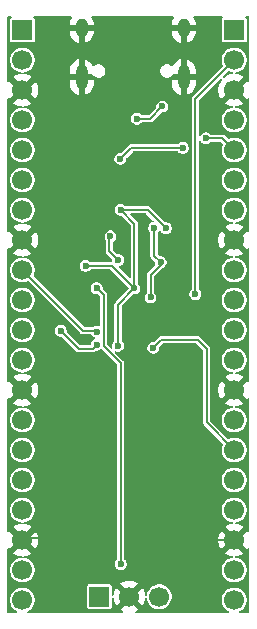
<source format=gbr>
%TF.GenerationSoftware,KiCad,Pcbnew,9.0.6*%
%TF.CreationDate,2025-12-02T19:28:56-05:00*%
%TF.ProjectId,DEVBOARD,44455642-4f41-4524-942e-6b696361645f,rev?*%
%TF.SameCoordinates,Original*%
%TF.FileFunction,Copper,L2,Bot*%
%TF.FilePolarity,Positive*%
%FSLAX46Y46*%
G04 Gerber Fmt 4.6, Leading zero omitted, Abs format (unit mm)*
G04 Created by KiCad (PCBNEW 9.0.6) date 2025-12-02 19:28:56*
%MOMM*%
%LPD*%
G01*
G04 APERTURE LIST*
%TA.AperFunction,HeatsinkPad*%
%ADD10O,1.000000X2.100000*%
%TD*%
%TA.AperFunction,HeatsinkPad*%
%ADD11O,1.000000X1.600000*%
%TD*%
%TA.AperFunction,ComponentPad*%
%ADD12R,1.700000X1.700000*%
%TD*%
%TA.AperFunction,ComponentPad*%
%ADD13C,1.700000*%
%TD*%
%TA.AperFunction,ViaPad*%
%ADD14C,0.600000*%
%TD*%
%TA.AperFunction,Conductor*%
%ADD15C,0.200000*%
%TD*%
G04 APERTURE END LIST*
D10*
%TO.P,J1,S1,SHIELD*%
%TO.N,GND*%
X154070000Y-79780000D03*
D11*
X154070000Y-75600000D03*
D10*
X145430000Y-79780000D03*
D11*
X145430000Y-75600000D03*
%TD*%
D12*
%TO.P,J2,1,Pin_1*%
%TO.N,GPIO0*%
X140410000Y-75780000D03*
D13*
%TO.P,J2,2,Pin_2*%
%TO.N,GPIO1*%
X140410000Y-78320000D03*
%TO.P,J2,3,Pin_3*%
%TO.N,GND*%
X140410000Y-80860000D03*
%TO.P,J2,4,Pin_4*%
%TO.N,GPIO2*%
X140410000Y-83400000D03*
%TO.P,J2,5,Pin_5*%
%TO.N,GPIO3*%
X140410000Y-85940000D03*
%TO.P,J2,6,Pin_6*%
%TO.N,GPIO4*%
X140410000Y-88480000D03*
%TO.P,J2,7,Pin_7*%
%TO.N,GPIO5*%
X140410000Y-91020000D03*
%TO.P,J2,8,Pin_8*%
%TO.N,GND*%
X140410000Y-93560000D03*
%TO.P,J2,9,Pin_9*%
%TO.N,GPIO6*%
X140410000Y-96100000D03*
%TO.P,J2,10,Pin_10*%
%TO.N,GPIO7*%
X140410000Y-98640000D03*
%TO.P,J2,11,Pin_11*%
%TO.N,GPIO8*%
X140410000Y-101180000D03*
%TO.P,J2,12,Pin_12*%
%TO.N,GPIO9*%
X140410000Y-103720000D03*
%TO.P,J2,13,Pin_13*%
%TO.N,GND*%
X140410000Y-106260000D03*
%TO.P,J2,14,Pin_14*%
%TO.N,GPIO10*%
X140410000Y-108800000D03*
%TO.P,J2,15,Pin_15*%
%TO.N,GPIO11*%
X140410000Y-111340000D03*
%TO.P,J2,16,Pin_16*%
%TO.N,GPIO12*%
X140410000Y-113880000D03*
%TO.P,J2,17,Pin_17*%
%TO.N,GPIO13*%
X140410000Y-116420000D03*
%TO.P,J2,18,Pin_18*%
%TO.N,GND*%
X140410000Y-118960000D03*
%TO.P,J2,19,Pin_19*%
%TO.N,GPIO14*%
X140410000Y-121500000D03*
%TO.P,J2,20,Pin_20*%
%TO.N,GPIO15*%
X140410000Y-124040000D03*
%TD*%
D12*
%TO.P,J3,1,Pin_1*%
%TO.N,VBUS*%
X158338861Y-75776831D03*
D13*
%TO.P,J3,2,Pin_2*%
%TO.N,GPIO29_ADC3*%
X158338861Y-78316831D03*
%TO.P,J3,3,Pin_3*%
%TO.N,GND*%
X158338861Y-80856831D03*
%TO.P,J3,4,Pin_4*%
%TO.N,GPIO28_ADC2*%
X158338861Y-83396831D03*
%TO.P,J3,5,Pin_5*%
%TO.N,+3V3*%
X158338861Y-85936831D03*
%TO.P,J3,6,Pin_6*%
%TO.N,GPIO27_ADC1*%
X158338861Y-88476831D03*
%TO.P,J3,7,Pin_7*%
%TO.N,GPIO26_ADC0*%
X158338861Y-91016831D03*
%TO.P,J3,8,Pin_8*%
%TO.N,GND*%
X158338861Y-93556831D03*
%TO.P,J3,9,Pin_9*%
%TO.N,GPIO24*%
X158338861Y-96096831D03*
%TO.P,J3,10,Pin_10*%
%TO.N,GPIO23*%
X158338861Y-98636831D03*
%TO.P,J3,11,Pin_11*%
%TO.N,RUN*%
X158338861Y-101176831D03*
%TO.P,J3,12,Pin_12*%
%TO.N,GPIO22*%
X158338861Y-103716831D03*
%TO.P,J3,13,Pin_13*%
%TO.N,GND*%
X158338861Y-106256831D03*
%TO.P,J3,14,Pin_14*%
%TO.N,GPIO21*%
X158338861Y-108796831D03*
%TO.P,J3,15,Pin_15*%
%TO.N,GPIO20*%
X158338861Y-111336831D03*
%TO.P,J3,16,Pin_16*%
%TO.N,GPIO19*%
X158338861Y-113876831D03*
%TO.P,J3,17,Pin_17*%
%TO.N,GPIO18*%
X158338861Y-116416831D03*
%TO.P,J3,18,Pin_18*%
%TO.N,GND*%
X158338861Y-118956831D03*
%TO.P,J3,19,Pin_19*%
%TO.N,GPIO17*%
X158338861Y-121496831D03*
%TO.P,J3,20,Pin_20*%
%TO.N,GPIO16*%
X158338861Y-124036831D03*
%TD*%
D12*
%TO.P,J4,1,Pin_1*%
%TO.N,SWCLK*%
X146920000Y-123750000D03*
D13*
%TO.P,J4,2,Pin_2*%
%TO.N,GND*%
X149460000Y-123750000D03*
%TO.P,J4,3,Pin_3*%
%TO.N,SWD*%
X152000000Y-123750000D03*
%TD*%
D14*
%TO.N,+3V3*%
X145749250Y-95750750D03*
X152560342Y-92549722D03*
X143661869Y-101250000D03*
X154000000Y-85750000D03*
X149892113Y-97642113D03*
X149892113Y-97642113D03*
X148720000Y-91000000D03*
X148500000Y-102500000D03*
X148700000Y-86687500D03*
X146690815Y-102425114D03*
X155943581Y-84943581D03*
%TO.N,GND*%
X144790000Y-95750000D03*
X147050000Y-118750000D03*
X145825000Y-94000000D03*
X145825000Y-94000000D03*
%TO.N,+1V1*%
X152104983Y-95433019D03*
X151252891Y-98401875D03*
X151547092Y-92532466D03*
%TO.N,Net-(J1-CC1)*%
X150105032Y-83289651D03*
X152250000Y-82250000D03*
%TO.N,GPIO6*%
X146679213Y-101324162D03*
%TO.N,GPIO20*%
X151487102Y-102684811D03*
%TO.N,GPIO29_ADC3*%
X155048351Y-98134929D03*
%TO.N,QSPI_SS*%
X146686749Y-97623548D03*
X148740000Y-121000000D03*
%TO.N,QSPI_SCLK*%
X148500000Y-95250000D03*
X147857354Y-93250000D03*
%TD*%
D15*
%TO.N,+3V3*%
X145161869Y-102750000D02*
X146365929Y-102750000D01*
X155943581Y-84943581D02*
X157345611Y-84943581D01*
X154000000Y-85750000D02*
X149637500Y-85750000D01*
X149637500Y-85750000D02*
X148700000Y-86687500D01*
X143661869Y-101250000D02*
X145161869Y-102750000D01*
X149892113Y-92172113D02*
X148720000Y-91000000D01*
X157345611Y-84943581D02*
X158338861Y-85936831D01*
X152560342Y-92549722D02*
X151010620Y-91000000D01*
X148500000Y-102500000D02*
X148500000Y-99034226D01*
X146365929Y-102750000D02*
X146690815Y-102425114D01*
X151010620Y-91000000D02*
X148720000Y-91000000D01*
X149892113Y-97642113D02*
X149892113Y-92172113D01*
X145749250Y-95750750D02*
X148000750Y-95750750D01*
X148000750Y-95750750D02*
X149892113Y-97642113D01*
X148500000Y-99034226D02*
X149892113Y-97642113D01*
%TO.N,GND*%
X144790000Y-95710000D02*
X144790000Y-95750000D01*
X140620000Y-118750000D02*
X140410000Y-118960000D01*
X158338861Y-118956831D02*
X154253169Y-118956831D01*
X145825000Y-94675000D02*
X144790000Y-95710000D01*
X154253169Y-118956831D02*
X149460000Y-123750000D01*
X145825000Y-94000000D02*
X145825000Y-94675000D01*
X147050000Y-118750000D02*
X140620000Y-118750000D01*
%TO.N,+1V1*%
X151547092Y-94875128D02*
X152104983Y-95433019D01*
X151252891Y-98401875D02*
X151252891Y-96497109D01*
X151547092Y-92532466D02*
X151547092Y-94875128D01*
X152104983Y-95645017D02*
X152104983Y-95433019D01*
X151252891Y-96497109D02*
X152104983Y-95645017D01*
%TO.N,Net-(J1-CC1)*%
X151210349Y-83289651D02*
X150105032Y-83289651D01*
X152250000Y-82250000D02*
X151210349Y-83289651D01*
%TO.N,GPIO6*%
X146679213Y-101324162D02*
X146605051Y-101250000D01*
X145560000Y-101250000D02*
X140410000Y-96100000D01*
X146605051Y-101250000D02*
X145560000Y-101250000D01*
%TO.N,GPIO20*%
X151487102Y-102684811D02*
X152171913Y-102000000D01*
X155250000Y-102000000D02*
X156000000Y-102750000D01*
X156000000Y-102750000D02*
X156000000Y-108997970D01*
X156000000Y-108997970D02*
X158338861Y-111336831D01*
X152171913Y-102000000D02*
X155250000Y-102000000D01*
%TO.N,GPIO29_ADC3*%
X155048351Y-81607341D02*
X158338861Y-78316831D01*
X155048351Y-98134929D02*
X155048351Y-81607341D01*
%TO.N,QSPI_SS*%
X147297102Y-98233901D02*
X147297102Y-102561599D01*
X148740000Y-104004497D02*
X148740000Y-121000000D01*
X147297102Y-102561599D02*
X148740000Y-104004497D01*
X146686749Y-97623548D02*
X147297102Y-98233901D01*
%TO.N,QSPI_SCLK*%
X147750000Y-94500000D02*
X148500000Y-95250000D01*
X147750000Y-93357354D02*
X147750000Y-94500000D01*
X147857354Y-93250000D02*
X147750000Y-93357354D01*
%TD*%
%TA.AperFunction,Conductor*%
%TO.N,GND*%
G36*
X139463207Y-74647174D02*
G01*
X139484881Y-74699500D01*
X139463207Y-74751826D01*
X139451994Y-74761028D01*
X139415450Y-74785446D01*
X139415447Y-74785449D01*
X139371133Y-74851767D01*
X139371133Y-74851769D01*
X139360131Y-74907083D01*
X139359500Y-74910253D01*
X139359500Y-76649746D01*
X139371133Y-76708232D01*
X139400608Y-76752343D01*
X139415448Y-76774552D01*
X139459560Y-76804027D01*
X139481767Y-76818866D01*
X139481768Y-76818866D01*
X139481769Y-76818867D01*
X139540252Y-76830500D01*
X139540254Y-76830500D01*
X141279746Y-76830500D01*
X141279748Y-76830500D01*
X141338231Y-76818867D01*
X141404552Y-76774552D01*
X141448867Y-76708231D01*
X141460500Y-76649748D01*
X141460500Y-74910252D01*
X141448867Y-74851769D01*
X141404552Y-74785448D01*
X141399808Y-74782278D01*
X141368006Y-74761028D01*
X141336541Y-74713935D01*
X141347591Y-74658387D01*
X141394684Y-74626922D01*
X141409119Y-74625500D01*
X144539552Y-74625500D01*
X144591878Y-74647174D01*
X144613552Y-74699500D01*
X144601081Y-74740612D01*
X144543809Y-74826324D01*
X144468430Y-75008306D01*
X144468427Y-75008317D01*
X144430000Y-75201509D01*
X144430000Y-75350000D01*
X145130000Y-75350000D01*
X145130000Y-75850000D01*
X144430000Y-75850000D01*
X144430000Y-75998490D01*
X144468427Y-76191682D01*
X144468430Y-76191693D01*
X144543809Y-76373675D01*
X144653246Y-76537459D01*
X144792540Y-76676753D01*
X144956324Y-76786190D01*
X145138306Y-76861569D01*
X145138317Y-76861572D01*
X145179999Y-76869863D01*
X145180000Y-76869863D01*
X145180000Y-76066988D01*
X145189940Y-76084205D01*
X145245795Y-76140060D01*
X145314204Y-76179556D01*
X145390504Y-76200000D01*
X145469496Y-76200000D01*
X145545796Y-76179556D01*
X145614205Y-76140060D01*
X145670060Y-76084205D01*
X145680000Y-76066988D01*
X145680000Y-76869863D01*
X145721682Y-76861572D01*
X145721693Y-76861569D01*
X145903675Y-76786190D01*
X146067459Y-76676753D01*
X146206753Y-76537459D01*
X146316190Y-76373675D01*
X146391569Y-76191693D01*
X146391572Y-76191682D01*
X146430000Y-75998490D01*
X146430000Y-75850000D01*
X145730000Y-75850000D01*
X145730000Y-75350000D01*
X146430000Y-75350000D01*
X146430000Y-75201509D01*
X146391572Y-75008317D01*
X146391569Y-75008306D01*
X146316190Y-74826324D01*
X146258919Y-74740612D01*
X146247870Y-74685063D01*
X146279336Y-74637971D01*
X146320448Y-74625500D01*
X153179552Y-74625500D01*
X153231878Y-74647174D01*
X153253552Y-74699500D01*
X153241081Y-74740612D01*
X153183809Y-74826324D01*
X153108430Y-75008306D01*
X153108427Y-75008317D01*
X153070000Y-75201509D01*
X153070000Y-75350000D01*
X153770000Y-75350000D01*
X153770000Y-75850000D01*
X153070000Y-75850000D01*
X153070000Y-75998490D01*
X153108427Y-76191682D01*
X153108430Y-76191693D01*
X153183809Y-76373675D01*
X153293246Y-76537459D01*
X153432540Y-76676753D01*
X153596324Y-76786190D01*
X153778306Y-76861569D01*
X153778317Y-76861572D01*
X153819999Y-76869863D01*
X153820000Y-76869863D01*
X153820000Y-76066988D01*
X153829940Y-76084205D01*
X153885795Y-76140060D01*
X153954204Y-76179556D01*
X154030504Y-76200000D01*
X154109496Y-76200000D01*
X154185796Y-76179556D01*
X154254205Y-76140060D01*
X154310060Y-76084205D01*
X154320000Y-76066988D01*
X154320000Y-76869863D01*
X154361682Y-76861572D01*
X154361693Y-76861569D01*
X154543675Y-76786190D01*
X154707459Y-76676753D01*
X154846753Y-76537459D01*
X154956190Y-76373675D01*
X155031569Y-76191693D01*
X155031572Y-76191682D01*
X155070000Y-75998490D01*
X155070000Y-75850000D01*
X154370000Y-75850000D01*
X154370000Y-75350000D01*
X155070000Y-75350000D01*
X155070000Y-75201509D01*
X155031572Y-75008317D01*
X155031569Y-75008306D01*
X154956190Y-74826324D01*
X154898919Y-74740612D01*
X154887870Y-74685063D01*
X154919336Y-74637971D01*
X154960448Y-74625500D01*
X157335000Y-74625500D01*
X157387326Y-74647174D01*
X157409000Y-74699500D01*
X157387326Y-74751826D01*
X157376113Y-74761028D01*
X157344310Y-74782278D01*
X157344308Y-74782280D01*
X157299994Y-74848598D01*
X157292238Y-74887588D01*
X157288361Y-74907083D01*
X157288361Y-76646579D01*
X157294363Y-76676753D01*
X157299994Y-76705063D01*
X157302111Y-76708231D01*
X157344309Y-76771383D01*
X157366469Y-76786190D01*
X157410628Y-76815697D01*
X157410629Y-76815697D01*
X157410630Y-76815698D01*
X157469113Y-76827331D01*
X157469115Y-76827331D01*
X159208607Y-76827331D01*
X159208609Y-76827331D01*
X159267092Y-76815698D01*
X159333413Y-76771383D01*
X159377728Y-76705062D01*
X159389361Y-76646579D01*
X159389361Y-74907083D01*
X159377728Y-74848600D01*
X159333413Y-74782279D01*
X159301608Y-74761027D01*
X159270144Y-74713936D01*
X159281194Y-74658387D01*
X159328286Y-74626922D01*
X159342722Y-74625500D01*
X159550500Y-74625500D01*
X159602826Y-74647174D01*
X159624500Y-74699500D01*
X159624500Y-80101856D01*
X159602826Y-80154182D01*
X159550500Y-80175856D01*
X159498174Y-80154182D01*
X159490633Y-80145353D01*
X159454130Y-80095113D01*
X158821823Y-80727421D01*
X158804786Y-80663838D01*
X158738960Y-80549824D01*
X158645868Y-80456732D01*
X158531854Y-80390906D01*
X158468269Y-80373868D01*
X159100577Y-79741559D01*
X159046417Y-79702209D01*
X159046411Y-79702206D01*
X158857082Y-79605737D01*
X158857078Y-79605735D01*
X158654997Y-79540075D01*
X158654986Y-79540073D01*
X158462410Y-79509571D01*
X158414120Y-79479978D01*
X158400898Y-79424905D01*
X158430491Y-79376615D01*
X158459547Y-79363905D01*
X158645281Y-79326961D01*
X158836459Y-79247772D01*
X159008516Y-79132808D01*
X159154838Y-78986486D01*
X159269802Y-78814429D01*
X159348991Y-78623251D01*
X159389361Y-78420296D01*
X159389361Y-78213366D01*
X159348991Y-78010411D01*
X159269802Y-77819233D01*
X159154838Y-77647176D01*
X159008516Y-77500854D01*
X158836459Y-77385890D01*
X158645281Y-77306701D01*
X158645274Y-77306699D01*
X158492377Y-77276286D01*
X158442326Y-77266331D01*
X158235396Y-77266331D01*
X158195246Y-77274317D01*
X158032447Y-77306699D01*
X158032440Y-77306701D01*
X157841262Y-77385890D01*
X157669206Y-77500853D01*
X157669205Y-77500855D01*
X157522885Y-77647175D01*
X157522883Y-77647176D01*
X157407920Y-77819232D01*
X157328731Y-78010410D01*
X157328729Y-78010417D01*
X157328099Y-78013586D01*
X157288361Y-78213366D01*
X157288361Y-78420296D01*
X157294915Y-78453246D01*
X157328729Y-78623244D01*
X157328732Y-78623255D01*
X157391449Y-78774667D01*
X157391449Y-78831304D01*
X157375408Y-78855311D01*
X154863840Y-81366881D01*
X154807891Y-81422829D01*
X154768330Y-81491350D01*
X154768328Y-81491355D01*
X154747851Y-81567776D01*
X154747851Y-97696963D01*
X154726177Y-97749289D01*
X154647851Y-97827614D01*
X154581961Y-97941738D01*
X154581957Y-97941747D01*
X154547851Y-98069034D01*
X154547851Y-98200823D01*
X154581957Y-98328110D01*
X154581961Y-98328119D01*
X154586914Y-98336698D01*
X154647851Y-98442243D01*
X154741037Y-98535429D01*
X154855165Y-98601321D01*
X154982456Y-98635428D01*
X154982457Y-98635429D01*
X154982459Y-98635429D01*
X155114245Y-98635429D01*
X155114245Y-98635428D01*
X155241537Y-98601321D01*
X155355665Y-98535429D01*
X155357728Y-98533366D01*
X157288361Y-98533366D01*
X157288361Y-98740296D01*
X157298316Y-98790347D01*
X157328729Y-98943244D01*
X157328731Y-98943251D01*
X157407920Y-99134429D01*
X157522884Y-99306486D01*
X157669206Y-99452808D01*
X157841263Y-99567772D01*
X158032441Y-99646961D01*
X158235396Y-99687331D01*
X158235397Y-99687331D01*
X158442325Y-99687331D01*
X158442326Y-99687331D01*
X158645281Y-99646961D01*
X158836459Y-99567772D01*
X159008516Y-99452808D01*
X159154838Y-99306486D01*
X159269802Y-99134429D01*
X159348991Y-98943251D01*
X159389361Y-98740296D01*
X159389361Y-98533366D01*
X159348991Y-98330411D01*
X159269802Y-98139233D01*
X159154838Y-97967176D01*
X159008516Y-97820854D01*
X159002342Y-97816729D01*
X158836459Y-97705890D01*
X158645281Y-97626701D01*
X158645274Y-97626699D01*
X158492377Y-97596286D01*
X158442326Y-97586331D01*
X158235396Y-97586331D01*
X158195246Y-97594317D01*
X158032447Y-97626699D01*
X158032440Y-97626701D01*
X157841262Y-97705890D01*
X157669206Y-97820853D01*
X157669205Y-97820855D01*
X157522885Y-97967175D01*
X157522883Y-97967176D01*
X157407920Y-98139232D01*
X157328731Y-98330410D01*
X157328729Y-98330417D01*
X157327480Y-98336698D01*
X157288361Y-98533366D01*
X155357728Y-98533366D01*
X155448851Y-98442243D01*
X155514743Y-98328115D01*
X155548850Y-98200823D01*
X155548851Y-98200823D01*
X155548851Y-98069035D01*
X155548850Y-98069034D01*
X155543586Y-98049390D01*
X155514743Y-97941743D01*
X155448851Y-97827615D01*
X155370525Y-97749289D01*
X155348851Y-97696963D01*
X155348851Y-88373366D01*
X157288361Y-88373366D01*
X157288361Y-88580296D01*
X157298316Y-88630347D01*
X157328729Y-88783244D01*
X157328731Y-88783251D01*
X157407920Y-88974429D01*
X157522884Y-89146486D01*
X157669206Y-89292808D01*
X157841263Y-89407772D01*
X158032441Y-89486961D01*
X158235396Y-89527331D01*
X158235397Y-89527331D01*
X158442325Y-89527331D01*
X158442326Y-89527331D01*
X158645281Y-89486961D01*
X158836459Y-89407772D01*
X159008516Y-89292808D01*
X159154838Y-89146486D01*
X159269802Y-88974429D01*
X159348991Y-88783251D01*
X159389361Y-88580296D01*
X159389361Y-88373366D01*
X159348991Y-88170411D01*
X159269802Y-87979233D01*
X159154838Y-87807176D01*
X159008516Y-87660854D01*
X158836459Y-87545890D01*
X158645281Y-87466701D01*
X158645274Y-87466699D01*
X158492377Y-87436286D01*
X158442326Y-87426331D01*
X158235396Y-87426331D01*
X158195246Y-87434317D01*
X158032447Y-87466699D01*
X158032440Y-87466701D01*
X157841262Y-87545890D01*
X157669206Y-87660853D01*
X157669205Y-87660855D01*
X157522885Y-87807175D01*
X157522883Y-87807176D01*
X157407920Y-87979232D01*
X157328731Y-88170410D01*
X157328729Y-88170417D01*
X157328099Y-88173586D01*
X157288361Y-88373366D01*
X155348851Y-88373366D01*
X155348851Y-85190651D01*
X155370525Y-85138325D01*
X155422851Y-85116651D01*
X155475177Y-85138325D01*
X155486937Y-85153651D01*
X155543081Y-85250895D01*
X155636267Y-85344081D01*
X155750395Y-85409973D01*
X155877686Y-85444080D01*
X155877687Y-85444081D01*
X155877689Y-85444081D01*
X156009475Y-85444081D01*
X156009475Y-85444080D01*
X156136767Y-85409973D01*
X156250895Y-85344081D01*
X156329221Y-85265755D01*
X156381547Y-85244081D01*
X157190488Y-85244081D01*
X157242814Y-85265755D01*
X157375409Y-85398350D01*
X157397083Y-85450676D01*
X157391450Y-85478995D01*
X157328731Y-85630410D01*
X157328729Y-85630417D01*
X157291837Y-85815892D01*
X157288361Y-85833366D01*
X157288361Y-86040296D01*
X157290391Y-86050500D01*
X157328729Y-86243244D01*
X157328731Y-86243251D01*
X157407920Y-86434429D01*
X157502277Y-86575646D01*
X157522884Y-86606486D01*
X157669206Y-86752808D01*
X157841263Y-86867772D01*
X158032441Y-86946961D01*
X158235396Y-86987331D01*
X158235397Y-86987331D01*
X158442325Y-86987331D01*
X158442326Y-86987331D01*
X158645281Y-86946961D01*
X158836459Y-86867772D01*
X159008516Y-86752808D01*
X159154838Y-86606486D01*
X159269802Y-86434429D01*
X159348991Y-86243251D01*
X159389361Y-86040296D01*
X159389361Y-85833366D01*
X159348991Y-85630411D01*
X159269802Y-85439233D01*
X159154838Y-85267176D01*
X159008516Y-85120854D01*
X158836459Y-85005890D01*
X158645281Y-84926701D01*
X158645274Y-84926699D01*
X158492377Y-84896286D01*
X158442326Y-84886331D01*
X158235396Y-84886331D01*
X158195246Y-84894317D01*
X158032447Y-84926699D01*
X158032440Y-84926701D01*
X157881025Y-84989420D01*
X157824387Y-84989420D01*
X157800380Y-84973379D01*
X157530122Y-84703121D01*
X157520677Y-84697668D01*
X157461601Y-84663560D01*
X157461596Y-84663558D01*
X157385175Y-84643081D01*
X157385173Y-84643081D01*
X156381547Y-84643081D01*
X156329221Y-84621407D01*
X156250895Y-84543081D01*
X156136771Y-84477191D01*
X156136762Y-84477187D01*
X156009475Y-84443081D01*
X156009473Y-84443081D01*
X155877689Y-84443081D01*
X155877687Y-84443081D01*
X155750399Y-84477187D01*
X155750390Y-84477191D01*
X155636266Y-84543081D01*
X155543081Y-84636266D01*
X155486937Y-84733510D01*
X155442003Y-84767989D01*
X155385851Y-84760596D01*
X155351372Y-84715662D01*
X155348851Y-84696510D01*
X155348851Y-81762463D01*
X155370524Y-81710138D01*
X157191174Y-79889488D01*
X157243498Y-79867815D01*
X157295824Y-79889489D01*
X157317498Y-79941815D01*
X157303365Y-79985311D01*
X157184240Y-80149273D01*
X157184236Y-80149280D01*
X157087767Y-80338609D01*
X157087765Y-80338613D01*
X157022105Y-80540694D01*
X157022102Y-80540707D01*
X156988861Y-80750582D01*
X156988861Y-80963079D01*
X157022102Y-81172954D01*
X157022105Y-81172967D01*
X157087765Y-81375048D01*
X157087767Y-81375052D01*
X157184236Y-81564381D01*
X157184239Y-81564387D01*
X157223589Y-81618547D01*
X157855898Y-80986239D01*
X157872936Y-81049824D01*
X157938762Y-81163838D01*
X158031854Y-81256930D01*
X158145868Y-81322756D01*
X158209451Y-81339793D01*
X157577143Y-81972101D01*
X157631310Y-82011455D01*
X157820639Y-82107924D01*
X157820643Y-82107926D01*
X158022724Y-82173586D01*
X158022737Y-82173589D01*
X158215310Y-82204090D01*
X158263601Y-82233683D01*
X158276823Y-82288755D01*
X158247230Y-82337046D01*
X158218171Y-82349757D01*
X158032446Y-82386699D01*
X158032440Y-82386701D01*
X157841262Y-82465890D01*
X157669206Y-82580853D01*
X157669205Y-82580855D01*
X157522885Y-82727175D01*
X157522883Y-82727176D01*
X157407920Y-82899232D01*
X157328731Y-83090410D01*
X157328729Y-83090417D01*
X157300300Y-83233345D01*
X157288361Y-83293366D01*
X157288361Y-83500296D01*
X157294291Y-83530110D01*
X157328729Y-83703244D01*
X157328731Y-83703251D01*
X157407920Y-83894429D01*
X157522884Y-84066486D01*
X157669206Y-84212808D01*
X157841263Y-84327772D01*
X158032441Y-84406961D01*
X158235396Y-84447331D01*
X158235397Y-84447331D01*
X158442325Y-84447331D01*
X158442326Y-84447331D01*
X158645281Y-84406961D01*
X158836459Y-84327772D01*
X159008516Y-84212808D01*
X159154838Y-84066486D01*
X159269802Y-83894429D01*
X159348991Y-83703251D01*
X159389361Y-83500296D01*
X159389361Y-83293366D01*
X159348991Y-83090411D01*
X159269802Y-82899233D01*
X159154838Y-82727176D01*
X159008516Y-82580854D01*
X158836459Y-82465890D01*
X158645281Y-82386701D01*
X158645275Y-82386699D01*
X158459550Y-82349757D01*
X158412458Y-82318291D01*
X158401409Y-82262742D01*
X158432875Y-82215650D01*
X158462411Y-82204090D01*
X158654984Y-82173589D01*
X158654997Y-82173586D01*
X158857078Y-82107926D01*
X158857082Y-82107924D01*
X159046415Y-82011454D01*
X159046422Y-82011449D01*
X159100577Y-81972101D01*
X159100578Y-81972101D01*
X158468270Y-81339793D01*
X158531854Y-81322756D01*
X158645868Y-81256930D01*
X158738960Y-81163838D01*
X158804786Y-81049824D01*
X158821823Y-80986240D01*
X159454131Y-81618548D01*
X159454131Y-81618547D01*
X159490634Y-81568309D01*
X159538925Y-81538717D01*
X159593997Y-81551940D01*
X159623589Y-81600231D01*
X159624500Y-81611806D01*
X159624500Y-92801856D01*
X159602826Y-92854182D01*
X159550500Y-92875856D01*
X159498174Y-92854182D01*
X159490633Y-92845353D01*
X159454130Y-92795113D01*
X158821823Y-93427421D01*
X158804786Y-93363838D01*
X158738960Y-93249824D01*
X158645868Y-93156732D01*
X158531854Y-93090906D01*
X158468268Y-93073868D01*
X159100577Y-92441559D01*
X159046417Y-92402209D01*
X159046411Y-92402206D01*
X158857082Y-92305737D01*
X158857078Y-92305735D01*
X158654997Y-92240075D01*
X158654986Y-92240073D01*
X158462410Y-92209571D01*
X158414120Y-92179978D01*
X158400898Y-92124905D01*
X158430491Y-92076615D01*
X158459547Y-92063905D01*
X158645281Y-92026961D01*
X158836459Y-91947772D01*
X159008516Y-91832808D01*
X159154838Y-91686486D01*
X159269802Y-91514429D01*
X159348991Y-91323251D01*
X159389361Y-91120296D01*
X159389361Y-90913366D01*
X159348991Y-90710411D01*
X159269802Y-90519233D01*
X159154838Y-90347176D01*
X159008516Y-90200854D01*
X158836459Y-90085890D01*
X158645281Y-90006701D01*
X158645274Y-90006699D01*
X158492377Y-89976286D01*
X158442326Y-89966331D01*
X158235396Y-89966331D01*
X158195246Y-89974317D01*
X158032447Y-90006699D01*
X158032440Y-90006701D01*
X157841262Y-90085890D01*
X157669206Y-90200853D01*
X157669205Y-90200855D01*
X157522885Y-90347175D01*
X157522883Y-90347176D01*
X157407920Y-90519232D01*
X157328731Y-90710410D01*
X157328729Y-90710417D01*
X157288361Y-90913366D01*
X157288361Y-91120296D01*
X157298316Y-91170347D01*
X157328729Y-91323244D01*
X157328731Y-91323251D01*
X157407920Y-91514429D01*
X157522884Y-91686486D01*
X157669206Y-91832808D01*
X157841263Y-91947772D01*
X158032441Y-92026961D01*
X158218171Y-92063904D01*
X158265263Y-92095369D01*
X158276312Y-92150918D01*
X158244847Y-92198011D01*
X158215311Y-92209571D01*
X158022735Y-92240073D01*
X158022724Y-92240075D01*
X157820646Y-92305734D01*
X157631311Y-92402205D01*
X157577143Y-92441560D01*
X158209451Y-93073868D01*
X158145868Y-93090906D01*
X158031854Y-93156732D01*
X157938762Y-93249824D01*
X157872936Y-93363838D01*
X157855898Y-93427421D01*
X157223590Y-92795113D01*
X157184235Y-92849281D01*
X157087764Y-93038616D01*
X157022105Y-93240694D01*
X157022102Y-93240707D01*
X156988861Y-93450582D01*
X156988861Y-93663079D01*
X157022102Y-93872954D01*
X157022105Y-93872967D01*
X157087765Y-94075048D01*
X157087767Y-94075052D01*
X157184236Y-94264381D01*
X157184239Y-94264387D01*
X157223589Y-94318547D01*
X157855898Y-93686238D01*
X157872936Y-93749824D01*
X157938762Y-93863838D01*
X158031854Y-93956930D01*
X158145868Y-94022756D01*
X158209451Y-94039793D01*
X157577143Y-94672101D01*
X157631310Y-94711455D01*
X157820639Y-94807924D01*
X157820643Y-94807926D01*
X158022724Y-94873586D01*
X158022737Y-94873589D01*
X158215310Y-94904090D01*
X158263601Y-94933683D01*
X158276823Y-94988755D01*
X158247230Y-95037046D01*
X158218171Y-95049757D01*
X158032446Y-95086699D01*
X158032440Y-95086701D01*
X157841262Y-95165890D01*
X157669206Y-95280853D01*
X157669205Y-95280855D01*
X157522885Y-95427175D01*
X157522883Y-95427176D01*
X157407920Y-95599232D01*
X157328731Y-95790410D01*
X157328729Y-95790417D01*
X157298194Y-95943931D01*
X157288361Y-95993366D01*
X157288361Y-96200296D01*
X157291711Y-96217139D01*
X157328729Y-96403244D01*
X157328731Y-96403251D01*
X157407920Y-96594429D01*
X157503843Y-96737990D01*
X157522884Y-96766486D01*
X157669206Y-96912808D01*
X157841263Y-97027772D01*
X158032441Y-97106961D01*
X158235396Y-97147331D01*
X158235397Y-97147331D01*
X158442325Y-97147331D01*
X158442326Y-97147331D01*
X158645281Y-97106961D01*
X158836459Y-97027772D01*
X159008516Y-96912808D01*
X159154838Y-96766486D01*
X159269802Y-96594429D01*
X159348991Y-96403251D01*
X159389361Y-96200296D01*
X159389361Y-95993366D01*
X159348991Y-95790411D01*
X159269802Y-95599233D01*
X159154838Y-95427176D01*
X159008516Y-95280854D01*
X158947129Y-95239837D01*
X158836459Y-95165890D01*
X158645281Y-95086701D01*
X158645275Y-95086699D01*
X158459550Y-95049757D01*
X158412458Y-95018291D01*
X158401409Y-94962742D01*
X158432875Y-94915650D01*
X158462411Y-94904090D01*
X158654984Y-94873589D01*
X158654997Y-94873586D01*
X158857078Y-94807926D01*
X158857082Y-94807924D01*
X159046415Y-94711454D01*
X159046422Y-94711449D01*
X159100577Y-94672101D01*
X159100578Y-94672101D01*
X158468270Y-94039793D01*
X158531854Y-94022756D01*
X158645868Y-93956930D01*
X158738960Y-93863838D01*
X158804786Y-93749824D01*
X158821823Y-93686240D01*
X159454131Y-94318548D01*
X159454131Y-94318547D01*
X159490634Y-94268309D01*
X159538925Y-94238717D01*
X159593997Y-94251940D01*
X159623589Y-94300231D01*
X159624500Y-94311806D01*
X159624500Y-105501856D01*
X159602826Y-105554182D01*
X159550500Y-105575856D01*
X159498174Y-105554182D01*
X159490633Y-105545353D01*
X159454130Y-105495113D01*
X158821823Y-106127421D01*
X158804786Y-106063838D01*
X158738960Y-105949824D01*
X158645868Y-105856732D01*
X158531854Y-105790906D01*
X158468268Y-105773868D01*
X159100577Y-105141559D01*
X159046417Y-105102209D01*
X159046411Y-105102206D01*
X158857082Y-105005737D01*
X158857078Y-105005735D01*
X158654997Y-104940075D01*
X158654986Y-104940073D01*
X158462410Y-104909571D01*
X158414120Y-104879978D01*
X158400898Y-104824905D01*
X158430491Y-104776615D01*
X158459547Y-104763905D01*
X158645281Y-104726961D01*
X158836459Y-104647772D01*
X159008516Y-104532808D01*
X159154838Y-104386486D01*
X159269802Y-104214429D01*
X159348991Y-104023251D01*
X159389361Y-103820296D01*
X159389361Y-103613366D01*
X159348991Y-103410411D01*
X159269802Y-103219233D01*
X159154838Y-103047176D01*
X159008516Y-102900854D01*
X159007986Y-102900500D01*
X158836459Y-102785890D01*
X158645281Y-102706701D01*
X158645274Y-102706699D01*
X158492377Y-102676286D01*
X158442326Y-102666331D01*
X158235396Y-102666331D01*
X158195246Y-102674317D01*
X158032447Y-102706699D01*
X158032440Y-102706701D01*
X157841262Y-102785890D01*
X157669206Y-102900853D01*
X157669205Y-102900855D01*
X157522885Y-103047175D01*
X157522883Y-103047176D01*
X157407920Y-103219232D01*
X157328731Y-103410410D01*
X157328729Y-103410417D01*
X157328099Y-103413586D01*
X157288361Y-103613366D01*
X157288361Y-103820296D01*
X157298316Y-103870347D01*
X157328729Y-104023244D01*
X157328731Y-104023251D01*
X157407920Y-104214429D01*
X157522884Y-104386486D01*
X157669206Y-104532808D01*
X157841263Y-104647772D01*
X158032441Y-104726961D01*
X158218171Y-104763904D01*
X158265263Y-104795369D01*
X158276312Y-104850918D01*
X158244847Y-104898011D01*
X158215311Y-104909571D01*
X158022735Y-104940073D01*
X158022724Y-104940075D01*
X157820646Y-105005734D01*
X157631311Y-105102205D01*
X157577143Y-105141560D01*
X158209451Y-105773868D01*
X158145868Y-105790906D01*
X158031854Y-105856732D01*
X157938762Y-105949824D01*
X157872936Y-106063838D01*
X157855898Y-106127421D01*
X157223590Y-105495113D01*
X157184235Y-105549281D01*
X157087764Y-105738616D01*
X157022105Y-105940694D01*
X157022102Y-105940707D01*
X156988861Y-106150582D01*
X156988861Y-106363079D01*
X157022102Y-106572954D01*
X157022105Y-106572967D01*
X157087765Y-106775048D01*
X157087767Y-106775052D01*
X157184236Y-106964381D01*
X157184239Y-106964387D01*
X157223589Y-107018547D01*
X157855898Y-106386238D01*
X157872936Y-106449824D01*
X157938762Y-106563838D01*
X158031854Y-106656930D01*
X158145868Y-106722756D01*
X158209451Y-106739793D01*
X157577143Y-107372101D01*
X157631310Y-107411455D01*
X157820639Y-107507924D01*
X157820643Y-107507926D01*
X158022724Y-107573586D01*
X158022737Y-107573589D01*
X158215310Y-107604090D01*
X158263601Y-107633683D01*
X158276823Y-107688755D01*
X158247230Y-107737046D01*
X158218171Y-107749757D01*
X158032446Y-107786699D01*
X158032440Y-107786701D01*
X157841262Y-107865890D01*
X157669206Y-107980853D01*
X157669205Y-107980855D01*
X157522885Y-108127175D01*
X157522883Y-108127176D01*
X157407920Y-108299232D01*
X157328731Y-108490410D01*
X157328729Y-108490417D01*
X157328099Y-108493586D01*
X157288361Y-108693366D01*
X157288361Y-108900296D01*
X157298316Y-108950347D01*
X157328729Y-109103244D01*
X157328731Y-109103251D01*
X157407920Y-109294429D01*
X157522884Y-109466486D01*
X157669206Y-109612808D01*
X157841263Y-109727772D01*
X158032441Y-109806961D01*
X158235396Y-109847331D01*
X158235397Y-109847331D01*
X158442325Y-109847331D01*
X158442326Y-109847331D01*
X158645281Y-109806961D01*
X158836459Y-109727772D01*
X159008516Y-109612808D01*
X159154838Y-109466486D01*
X159269802Y-109294429D01*
X159348991Y-109103251D01*
X159389361Y-108900296D01*
X159389361Y-108693366D01*
X159348991Y-108490411D01*
X159269802Y-108299233D01*
X159154838Y-108127176D01*
X159008516Y-107980854D01*
X158836459Y-107865890D01*
X158645281Y-107786701D01*
X158645275Y-107786699D01*
X158459550Y-107749757D01*
X158412458Y-107718291D01*
X158401409Y-107662742D01*
X158432875Y-107615650D01*
X158462411Y-107604090D01*
X158654984Y-107573589D01*
X158654997Y-107573586D01*
X158857078Y-107507926D01*
X158857082Y-107507924D01*
X159046415Y-107411454D01*
X159046422Y-107411449D01*
X159100577Y-107372101D01*
X159100578Y-107372101D01*
X158468270Y-106739793D01*
X158531854Y-106722756D01*
X158645868Y-106656930D01*
X158738960Y-106563838D01*
X158804786Y-106449824D01*
X158821823Y-106386240D01*
X159454131Y-107018548D01*
X159454131Y-107018547D01*
X159490634Y-106968309D01*
X159538925Y-106938717D01*
X159593997Y-106951940D01*
X159623589Y-107000231D01*
X159624500Y-107011806D01*
X159624500Y-118201856D01*
X159602826Y-118254182D01*
X159550500Y-118275856D01*
X159498174Y-118254182D01*
X159490633Y-118245353D01*
X159454130Y-118195113D01*
X158821823Y-118827421D01*
X158804786Y-118763838D01*
X158738960Y-118649824D01*
X158645868Y-118556732D01*
X158531854Y-118490906D01*
X158468268Y-118473868D01*
X159100577Y-117841559D01*
X159046417Y-117802209D01*
X159046411Y-117802206D01*
X158857082Y-117705737D01*
X158857078Y-117705735D01*
X158654997Y-117640075D01*
X158654986Y-117640073D01*
X158462410Y-117609571D01*
X158414120Y-117579978D01*
X158400898Y-117524905D01*
X158430491Y-117476615D01*
X158459547Y-117463905D01*
X158645281Y-117426961D01*
X158836459Y-117347772D01*
X159008516Y-117232808D01*
X159154838Y-117086486D01*
X159269802Y-116914429D01*
X159348991Y-116723251D01*
X159389361Y-116520296D01*
X159389361Y-116313366D01*
X159348991Y-116110411D01*
X159269802Y-115919233D01*
X159154838Y-115747176D01*
X159008516Y-115600854D01*
X158836459Y-115485890D01*
X158645281Y-115406701D01*
X158645274Y-115406699D01*
X158492377Y-115376286D01*
X158442326Y-115366331D01*
X158235396Y-115366331D01*
X158195246Y-115374317D01*
X158032447Y-115406699D01*
X158032440Y-115406701D01*
X157841262Y-115485890D01*
X157669206Y-115600853D01*
X157669205Y-115600855D01*
X157522885Y-115747175D01*
X157522883Y-115747176D01*
X157407920Y-115919232D01*
X157328731Y-116110410D01*
X157328729Y-116110417D01*
X157328099Y-116113586D01*
X157288361Y-116313366D01*
X157288361Y-116520296D01*
X157298316Y-116570347D01*
X157328729Y-116723244D01*
X157328731Y-116723251D01*
X157407920Y-116914429D01*
X157522884Y-117086486D01*
X157669206Y-117232808D01*
X157841263Y-117347772D01*
X158032441Y-117426961D01*
X158218171Y-117463904D01*
X158265263Y-117495369D01*
X158276312Y-117550918D01*
X158244847Y-117598011D01*
X158215311Y-117609571D01*
X158022735Y-117640073D01*
X158022724Y-117640075D01*
X157820646Y-117705734D01*
X157631311Y-117802205D01*
X157577143Y-117841560D01*
X158209451Y-118473868D01*
X158145868Y-118490906D01*
X158031854Y-118556732D01*
X157938762Y-118649824D01*
X157872936Y-118763838D01*
X157855898Y-118827421D01*
X157223590Y-118195113D01*
X157184235Y-118249281D01*
X157087764Y-118438616D01*
X157022105Y-118640694D01*
X157022102Y-118640707D01*
X156988861Y-118850582D01*
X156988861Y-119063079D01*
X157022102Y-119272954D01*
X157022105Y-119272967D01*
X157087765Y-119475048D01*
X157087767Y-119475052D01*
X157184236Y-119664381D01*
X157184239Y-119664387D01*
X157223589Y-119718547D01*
X157855898Y-119086238D01*
X157872936Y-119149824D01*
X157938762Y-119263838D01*
X158031854Y-119356930D01*
X158145868Y-119422756D01*
X158209451Y-119439793D01*
X157577143Y-120072101D01*
X157631310Y-120111455D01*
X157820639Y-120207924D01*
X157820643Y-120207926D01*
X158022724Y-120273586D01*
X158022737Y-120273589D01*
X158215310Y-120304090D01*
X158263601Y-120333683D01*
X158276823Y-120388755D01*
X158247230Y-120437046D01*
X158218171Y-120449757D01*
X158032446Y-120486699D01*
X158032440Y-120486701D01*
X157841262Y-120565890D01*
X157669206Y-120680853D01*
X157669205Y-120680855D01*
X157522885Y-120827175D01*
X157522883Y-120827176D01*
X157407920Y-120999232D01*
X157328731Y-121190410D01*
X157328729Y-121190417D01*
X157299492Y-121337405D01*
X157288361Y-121393366D01*
X157288361Y-121600296D01*
X157298316Y-121650347D01*
X157328729Y-121803244D01*
X157328731Y-121803251D01*
X157407920Y-121994429D01*
X157522884Y-122166486D01*
X157669206Y-122312808D01*
X157841263Y-122427772D01*
X158032441Y-122506961D01*
X158235396Y-122547331D01*
X158235397Y-122547331D01*
X158442325Y-122547331D01*
X158442326Y-122547331D01*
X158645281Y-122506961D01*
X158836459Y-122427772D01*
X159008516Y-122312808D01*
X159154838Y-122166486D01*
X159269802Y-121994429D01*
X159348991Y-121803251D01*
X159389361Y-121600296D01*
X159389361Y-121393366D01*
X159348991Y-121190411D01*
X159269802Y-120999233D01*
X159154838Y-120827176D01*
X159008516Y-120680854D01*
X158836459Y-120565890D01*
X158645281Y-120486701D01*
X158645275Y-120486699D01*
X158459550Y-120449757D01*
X158412458Y-120418291D01*
X158401409Y-120362742D01*
X158432875Y-120315650D01*
X158462411Y-120304090D01*
X158654984Y-120273589D01*
X158654997Y-120273586D01*
X158857078Y-120207926D01*
X158857082Y-120207924D01*
X159046415Y-120111454D01*
X159046422Y-120111449D01*
X159100577Y-120072101D01*
X159100578Y-120072101D01*
X158468270Y-119439793D01*
X158531854Y-119422756D01*
X158645868Y-119356930D01*
X158738960Y-119263838D01*
X158804786Y-119149824D01*
X158821823Y-119086240D01*
X159454131Y-119718548D01*
X159454131Y-119718547D01*
X159490634Y-119668309D01*
X159538925Y-119638717D01*
X159593997Y-119651940D01*
X159623589Y-119700231D01*
X159624500Y-119711806D01*
X159624500Y-125050500D01*
X159602826Y-125102826D01*
X159550500Y-125124500D01*
X158830107Y-125124500D01*
X158777781Y-125102826D01*
X158756107Y-125050500D01*
X158777781Y-124998174D01*
X158801789Y-124982133D01*
X158828808Y-124970941D01*
X158836459Y-124967772D01*
X159008516Y-124852808D01*
X159154838Y-124706486D01*
X159269802Y-124534429D01*
X159348991Y-124343251D01*
X159389361Y-124140296D01*
X159389361Y-123933366D01*
X159348991Y-123730411D01*
X159269802Y-123539233D01*
X159154838Y-123367176D01*
X159008516Y-123220854D01*
X158836459Y-123105890D01*
X158645281Y-123026701D01*
X158645274Y-123026699D01*
X158492377Y-122996286D01*
X158442326Y-122986331D01*
X158235396Y-122986331D01*
X158195246Y-122994317D01*
X158032447Y-123026699D01*
X158032440Y-123026701D01*
X157841262Y-123105890D01*
X157669206Y-123220853D01*
X157669205Y-123220855D01*
X157522885Y-123367175D01*
X157522883Y-123367176D01*
X157407920Y-123539232D01*
X157328731Y-123730410D01*
X157328729Y-123730417D01*
X157300828Y-123870689D01*
X157288361Y-123933366D01*
X157288361Y-124140296D01*
X157290311Y-124150099D01*
X157328729Y-124343244D01*
X157328731Y-124343251D01*
X157407920Y-124534429D01*
X157522883Y-124706485D01*
X157669206Y-124852808D01*
X157841263Y-124967772D01*
X157875933Y-124982133D01*
X157915982Y-125022181D01*
X157915982Y-125078818D01*
X157875934Y-125118867D01*
X157847615Y-125124500D01*
X150044253Y-125124500D01*
X149991927Y-125102826D01*
X149970253Y-125050500D01*
X149991927Y-124998174D01*
X150010658Y-124984566D01*
X150167554Y-124904623D01*
X150167561Y-124904618D01*
X150221716Y-124865270D01*
X150221717Y-124865270D01*
X149589409Y-124232962D01*
X149652993Y-124215925D01*
X149767007Y-124150099D01*
X149860099Y-124057007D01*
X149925925Y-123942993D01*
X149942962Y-123879409D01*
X150575270Y-124511717D01*
X150575270Y-124511716D01*
X150614618Y-124457561D01*
X150614623Y-124457554D01*
X150711093Y-124268221D01*
X150711095Y-124268217D01*
X150776755Y-124066136D01*
X150776758Y-124066123D01*
X150807259Y-123873550D01*
X150836852Y-123825259D01*
X150891924Y-123812037D01*
X150940215Y-123841630D01*
X150952926Y-123870689D01*
X150989868Y-124056414D01*
X150989870Y-124056420D01*
X151069059Y-124247598D01*
X151135084Y-124346413D01*
X151184023Y-124419655D01*
X151330345Y-124565977D01*
X151502402Y-124680941D01*
X151693580Y-124760130D01*
X151896535Y-124800500D01*
X151896536Y-124800500D01*
X152103464Y-124800500D01*
X152103465Y-124800500D01*
X152306420Y-124760130D01*
X152497598Y-124680941D01*
X152669655Y-124565977D01*
X152815977Y-124419655D01*
X152930941Y-124247598D01*
X153010130Y-124056420D01*
X153050500Y-123853465D01*
X153050500Y-123646535D01*
X153010130Y-123443580D01*
X152930941Y-123252402D01*
X152815977Y-123080345D01*
X152669655Y-122934023D01*
X152589180Y-122880252D01*
X152497598Y-122819059D01*
X152306420Y-122739870D01*
X152306413Y-122739868D01*
X152153516Y-122709455D01*
X152103465Y-122699500D01*
X151896535Y-122699500D01*
X151856385Y-122707486D01*
X151693586Y-122739868D01*
X151693579Y-122739870D01*
X151502401Y-122819059D01*
X151330345Y-122934022D01*
X151330344Y-122934024D01*
X151184024Y-123080344D01*
X151184022Y-123080345D01*
X151069059Y-123252401D01*
X150989870Y-123443579D01*
X150989868Y-123443585D01*
X150952926Y-123629310D01*
X150921460Y-123676402D01*
X150865911Y-123687451D01*
X150818819Y-123655985D01*
X150807259Y-123626449D01*
X150776758Y-123433876D01*
X150776755Y-123433863D01*
X150711095Y-123231782D01*
X150711093Y-123231778D01*
X150614624Y-123042449D01*
X150614625Y-123042449D01*
X150575269Y-122988282D01*
X149942962Y-123620590D01*
X149925925Y-123557007D01*
X149860099Y-123442993D01*
X149767007Y-123349901D01*
X149652993Y-123284075D01*
X149589407Y-123267037D01*
X150221716Y-122634728D01*
X150167556Y-122595378D01*
X150167550Y-122595375D01*
X149978221Y-122498906D01*
X149978217Y-122498904D01*
X149776136Y-122433244D01*
X149776123Y-122433241D01*
X149566249Y-122400000D01*
X149353751Y-122400000D01*
X149143876Y-122433241D01*
X149143863Y-122433244D01*
X148941785Y-122498903D01*
X148752450Y-122595374D01*
X148698282Y-122634729D01*
X149330590Y-123267037D01*
X149267007Y-123284075D01*
X149152993Y-123349901D01*
X149059901Y-123442993D01*
X148994075Y-123557007D01*
X148977037Y-123620590D01*
X148344729Y-122988282D01*
X148305374Y-123042450D01*
X148208903Y-123231785D01*
X148143244Y-123433863D01*
X148143241Y-123433876D01*
X148117589Y-123595837D01*
X148087996Y-123644128D01*
X148032924Y-123657350D01*
X147984633Y-123627757D01*
X147970500Y-123584261D01*
X147970500Y-122880253D01*
X147970500Y-122880252D01*
X147958867Y-122821769D01*
X147957056Y-122819059D01*
X147944027Y-122799560D01*
X147914552Y-122755448D01*
X147848231Y-122711133D01*
X147789748Y-122699500D01*
X146050252Y-122699500D01*
X146021010Y-122705316D01*
X145991767Y-122711133D01*
X145925449Y-122755447D01*
X145925447Y-122755449D01*
X145881133Y-122821767D01*
X145869500Y-122880253D01*
X145869500Y-124619746D01*
X145881133Y-124678232D01*
X145902130Y-124709655D01*
X145925448Y-124744552D01*
X145969560Y-124774027D01*
X145991767Y-124788866D01*
X145991768Y-124788866D01*
X145991769Y-124788867D01*
X146050252Y-124800500D01*
X146050254Y-124800500D01*
X147789746Y-124800500D01*
X147789748Y-124800500D01*
X147848231Y-124788867D01*
X147914552Y-124744552D01*
X147958867Y-124678231D01*
X147970500Y-124619748D01*
X147970500Y-123915738D01*
X147992174Y-123863412D01*
X148044500Y-123841738D01*
X148096826Y-123863412D01*
X148117589Y-123904162D01*
X148143241Y-124066123D01*
X148143244Y-124066136D01*
X148208904Y-124268217D01*
X148208906Y-124268221D01*
X148305375Y-124457550D01*
X148305378Y-124457556D01*
X148344728Y-124511716D01*
X148977037Y-123879407D01*
X148994075Y-123942993D01*
X149059901Y-124057007D01*
X149152993Y-124150099D01*
X149267007Y-124215925D01*
X149330590Y-124232962D01*
X148698282Y-124865270D01*
X148752449Y-124904624D01*
X148909342Y-124984566D01*
X148946125Y-125027633D01*
X148941681Y-125084095D01*
X148898614Y-125120878D01*
X148875747Y-125124500D01*
X140908897Y-125124500D01*
X140856571Y-125102826D01*
X140834897Y-125050500D01*
X140856571Y-124998174D01*
X140880578Y-124982133D01*
X140907598Y-124970941D01*
X141079655Y-124855977D01*
X141225977Y-124709655D01*
X141340941Y-124537598D01*
X141420130Y-124346420D01*
X141460500Y-124143465D01*
X141460500Y-123936535D01*
X141420130Y-123733580D01*
X141340941Y-123542402D01*
X141225977Y-123370345D01*
X141079655Y-123224023D01*
X141074912Y-123220854D01*
X140907598Y-123109059D01*
X140716420Y-123029870D01*
X140716413Y-123029868D01*
X140563516Y-122999455D01*
X140513465Y-122989500D01*
X140306535Y-122989500D01*
X140266385Y-122997486D01*
X140103586Y-123029868D01*
X140103579Y-123029870D01*
X139912401Y-123109059D01*
X139740345Y-123224022D01*
X139740344Y-123224024D01*
X139594024Y-123370344D01*
X139594022Y-123370345D01*
X139479059Y-123542401D01*
X139399870Y-123733579D01*
X139399868Y-123733586D01*
X139359500Y-123936535D01*
X139359500Y-124143464D01*
X139399868Y-124346413D01*
X139399870Y-124346420D01*
X139479059Y-124537598D01*
X139591905Y-124706486D01*
X139594023Y-124709655D01*
X139740345Y-124855977D01*
X139912402Y-124970941D01*
X139939422Y-124982133D01*
X139979470Y-125022181D01*
X139979470Y-125078819D01*
X139939422Y-125118867D01*
X139911103Y-125124500D01*
X139199500Y-125124500D01*
X139147174Y-125102826D01*
X139125500Y-125050500D01*
X139125500Y-119716541D01*
X139147174Y-119664215D01*
X139199500Y-119642541D01*
X139251826Y-119664215D01*
X139259367Y-119673045D01*
X139294728Y-119721716D01*
X139927037Y-119089407D01*
X139944075Y-119152993D01*
X140009901Y-119267007D01*
X140102993Y-119360099D01*
X140217007Y-119425925D01*
X140280590Y-119442962D01*
X139648282Y-120075270D01*
X139702449Y-120114624D01*
X139891778Y-120211093D01*
X139891782Y-120211095D01*
X140093863Y-120276755D01*
X140093876Y-120276758D01*
X140286449Y-120307259D01*
X140334740Y-120336852D01*
X140347962Y-120391924D01*
X140318369Y-120440215D01*
X140289310Y-120452926D01*
X140103585Y-120489868D01*
X140103579Y-120489870D01*
X139912401Y-120569059D01*
X139740345Y-120684022D01*
X139740344Y-120684024D01*
X139594024Y-120830344D01*
X139594022Y-120830345D01*
X139479059Y-121002401D01*
X139399870Y-121193579D01*
X139399868Y-121193586D01*
X139359500Y-121396535D01*
X139359500Y-121603464D01*
X139399868Y-121806413D01*
X139399870Y-121806420D01*
X139479059Y-121997598D01*
X139591905Y-122166486D01*
X139594023Y-122169655D01*
X139740345Y-122315977D01*
X139912402Y-122430941D01*
X140103580Y-122510130D01*
X140306535Y-122550500D01*
X140306536Y-122550500D01*
X140513464Y-122550500D01*
X140513465Y-122550500D01*
X140716420Y-122510130D01*
X140907598Y-122430941D01*
X141079655Y-122315977D01*
X141225977Y-122169655D01*
X141340941Y-121997598D01*
X141420130Y-121806420D01*
X141460500Y-121603465D01*
X141460500Y-121396535D01*
X141420130Y-121193580D01*
X141340941Y-121002402D01*
X141225977Y-120830345D01*
X141079655Y-120684023D01*
X141074912Y-120680854D01*
X140907598Y-120569059D01*
X140716420Y-120489870D01*
X140716414Y-120489868D01*
X140530689Y-120452926D01*
X140483597Y-120421460D01*
X140472548Y-120365911D01*
X140504014Y-120318819D01*
X140533550Y-120307259D01*
X140726123Y-120276758D01*
X140726136Y-120276755D01*
X140928217Y-120211095D01*
X140928221Y-120211093D01*
X141117554Y-120114623D01*
X141117561Y-120114618D01*
X141171716Y-120075270D01*
X141171717Y-120075270D01*
X140539409Y-119442962D01*
X140602993Y-119425925D01*
X140717007Y-119360099D01*
X140810099Y-119267007D01*
X140875925Y-119152993D01*
X140892962Y-119089409D01*
X141525270Y-119721717D01*
X141525270Y-119721716D01*
X141564618Y-119667561D01*
X141564623Y-119667554D01*
X141661093Y-119478221D01*
X141661095Y-119478217D01*
X141726755Y-119276136D01*
X141726758Y-119276123D01*
X141760000Y-119066248D01*
X141760000Y-118853751D01*
X141726758Y-118643876D01*
X141726755Y-118643863D01*
X141661095Y-118441782D01*
X141661093Y-118441778D01*
X141564624Y-118252449D01*
X141564625Y-118252449D01*
X141525269Y-118198282D01*
X140892962Y-118830590D01*
X140875925Y-118767007D01*
X140810099Y-118652993D01*
X140717007Y-118559901D01*
X140602993Y-118494075D01*
X140539407Y-118477037D01*
X141171716Y-117844728D01*
X141117556Y-117805378D01*
X141117550Y-117805375D01*
X140928221Y-117708906D01*
X140928217Y-117708904D01*
X140726136Y-117643244D01*
X140726125Y-117643242D01*
X140533549Y-117612740D01*
X140485259Y-117583147D01*
X140472037Y-117528074D01*
X140501630Y-117479784D01*
X140530686Y-117467074D01*
X140716420Y-117430130D01*
X140907598Y-117350941D01*
X141079655Y-117235977D01*
X141225977Y-117089655D01*
X141340941Y-116917598D01*
X141420130Y-116726420D01*
X141460500Y-116523465D01*
X141460500Y-116316535D01*
X141420130Y-116113580D01*
X141340941Y-115922402D01*
X141225977Y-115750345D01*
X141079655Y-115604023D01*
X141074912Y-115600854D01*
X140907598Y-115489059D01*
X140716420Y-115409870D01*
X140716413Y-115409868D01*
X140563516Y-115379455D01*
X140513465Y-115369500D01*
X140306535Y-115369500D01*
X140266385Y-115377486D01*
X140103586Y-115409868D01*
X140103579Y-115409870D01*
X139912401Y-115489059D01*
X139740345Y-115604022D01*
X139740344Y-115604024D01*
X139594024Y-115750344D01*
X139594022Y-115750345D01*
X139479059Y-115922401D01*
X139399870Y-116113579D01*
X139399868Y-116113586D01*
X139359500Y-116316535D01*
X139359500Y-116523464D01*
X139399868Y-116726413D01*
X139399870Y-116726420D01*
X139479059Y-116917598D01*
X139591905Y-117086486D01*
X139594023Y-117089655D01*
X139740345Y-117235977D01*
X139912402Y-117350941D01*
X140103580Y-117430130D01*
X140289310Y-117467073D01*
X140336402Y-117498538D01*
X140347451Y-117554087D01*
X140315986Y-117601180D01*
X140286450Y-117612740D01*
X140093874Y-117643242D01*
X140093863Y-117643244D01*
X139891785Y-117708903D01*
X139702450Y-117805374D01*
X139648282Y-117844729D01*
X140280590Y-118477037D01*
X140217007Y-118494075D01*
X140102993Y-118559901D01*
X140009901Y-118652993D01*
X139944075Y-118767007D01*
X139927037Y-118830590D01*
X139294729Y-118198282D01*
X139294728Y-118198282D01*
X139259367Y-118246953D01*
X139211076Y-118276546D01*
X139156004Y-118263324D01*
X139126411Y-118215033D01*
X139125500Y-118203457D01*
X139125500Y-113776535D01*
X139359500Y-113776535D01*
X139359500Y-113983464D01*
X139399868Y-114186413D01*
X139399870Y-114186420D01*
X139479059Y-114377598D01*
X139591905Y-114546486D01*
X139594023Y-114549655D01*
X139740345Y-114695977D01*
X139912402Y-114810941D01*
X140103580Y-114890130D01*
X140306535Y-114930500D01*
X140306536Y-114930500D01*
X140513464Y-114930500D01*
X140513465Y-114930500D01*
X140716420Y-114890130D01*
X140907598Y-114810941D01*
X141079655Y-114695977D01*
X141225977Y-114549655D01*
X141340941Y-114377598D01*
X141420130Y-114186420D01*
X141460500Y-113983465D01*
X141460500Y-113776535D01*
X141420130Y-113573580D01*
X141340941Y-113382402D01*
X141225977Y-113210345D01*
X141079655Y-113064023D01*
X141074912Y-113060854D01*
X140907598Y-112949059D01*
X140716420Y-112869870D01*
X140716413Y-112869868D01*
X140563516Y-112839455D01*
X140513465Y-112829500D01*
X140306535Y-112829500D01*
X140266385Y-112837486D01*
X140103586Y-112869868D01*
X140103579Y-112869870D01*
X139912401Y-112949059D01*
X139740345Y-113064022D01*
X139740344Y-113064024D01*
X139594024Y-113210344D01*
X139594022Y-113210345D01*
X139479059Y-113382401D01*
X139399870Y-113573579D01*
X139399868Y-113573586D01*
X139359500Y-113776535D01*
X139125500Y-113776535D01*
X139125500Y-111236535D01*
X139359500Y-111236535D01*
X139359500Y-111443464D01*
X139399868Y-111646413D01*
X139399870Y-111646420D01*
X139479059Y-111837598D01*
X139591905Y-112006486D01*
X139594023Y-112009655D01*
X139740345Y-112155977D01*
X139912402Y-112270941D01*
X140103580Y-112350130D01*
X140306535Y-112390500D01*
X140306536Y-112390500D01*
X140513464Y-112390500D01*
X140513465Y-112390500D01*
X140716420Y-112350130D01*
X140907598Y-112270941D01*
X141079655Y-112155977D01*
X141225977Y-112009655D01*
X141340941Y-111837598D01*
X141420130Y-111646420D01*
X141460500Y-111443465D01*
X141460500Y-111236535D01*
X141420130Y-111033580D01*
X141340941Y-110842402D01*
X141225977Y-110670345D01*
X141079655Y-110524023D01*
X141074912Y-110520854D01*
X140907598Y-110409059D01*
X140716420Y-110329870D01*
X140716413Y-110329868D01*
X140563516Y-110299455D01*
X140513465Y-110289500D01*
X140306535Y-110289500D01*
X140266385Y-110297486D01*
X140103586Y-110329868D01*
X140103579Y-110329870D01*
X139912401Y-110409059D01*
X139740345Y-110524022D01*
X139740344Y-110524024D01*
X139594024Y-110670344D01*
X139594022Y-110670345D01*
X139479059Y-110842401D01*
X139399870Y-111033579D01*
X139399868Y-111033586D01*
X139359500Y-111236535D01*
X139125500Y-111236535D01*
X139125500Y-107016541D01*
X139147174Y-106964215D01*
X139199500Y-106942541D01*
X139251826Y-106964215D01*
X139259367Y-106973045D01*
X139294728Y-107021716D01*
X139927037Y-106389407D01*
X139944075Y-106452993D01*
X140009901Y-106567007D01*
X140102993Y-106660099D01*
X140217007Y-106725925D01*
X140280590Y-106742962D01*
X139648282Y-107375270D01*
X139702449Y-107414624D01*
X139891778Y-107511093D01*
X139891782Y-107511095D01*
X140093863Y-107576755D01*
X140093876Y-107576758D01*
X140286449Y-107607259D01*
X140334740Y-107636852D01*
X140347962Y-107691924D01*
X140318369Y-107740215D01*
X140289310Y-107752926D01*
X140103585Y-107789868D01*
X140103579Y-107789870D01*
X139912401Y-107869059D01*
X139740345Y-107984022D01*
X139740344Y-107984024D01*
X139594024Y-108130344D01*
X139594022Y-108130345D01*
X139479059Y-108302401D01*
X139399870Y-108493579D01*
X139399868Y-108493586D01*
X139359500Y-108696535D01*
X139359500Y-108903464D01*
X139399868Y-109106413D01*
X139399870Y-109106420D01*
X139479059Y-109297598D01*
X139591905Y-109466486D01*
X139594023Y-109469655D01*
X139740345Y-109615977D01*
X139912402Y-109730941D01*
X140103580Y-109810130D01*
X140306535Y-109850500D01*
X140306536Y-109850500D01*
X140513464Y-109850500D01*
X140513465Y-109850500D01*
X140716420Y-109810130D01*
X140907598Y-109730941D01*
X141079655Y-109615977D01*
X141225977Y-109469655D01*
X141340941Y-109297598D01*
X141420130Y-109106420D01*
X141460500Y-108903465D01*
X141460500Y-108696535D01*
X141420130Y-108493580D01*
X141340941Y-108302402D01*
X141225977Y-108130345D01*
X141079655Y-107984023D01*
X141074912Y-107980854D01*
X140907598Y-107869059D01*
X140716420Y-107789870D01*
X140716414Y-107789868D01*
X140530689Y-107752926D01*
X140483597Y-107721460D01*
X140472548Y-107665911D01*
X140504014Y-107618819D01*
X140533550Y-107607259D01*
X140726123Y-107576758D01*
X140726136Y-107576755D01*
X140928217Y-107511095D01*
X140928221Y-107511093D01*
X141117554Y-107414623D01*
X141117561Y-107414618D01*
X141171716Y-107375270D01*
X141171717Y-107375270D01*
X140539409Y-106742962D01*
X140602993Y-106725925D01*
X140717007Y-106660099D01*
X140810099Y-106567007D01*
X140875925Y-106452993D01*
X140892962Y-106389409D01*
X141525270Y-107021717D01*
X141525270Y-107021716D01*
X141564618Y-106967561D01*
X141564623Y-106967554D01*
X141661093Y-106778221D01*
X141661095Y-106778217D01*
X141726755Y-106576136D01*
X141726758Y-106576123D01*
X141760000Y-106366248D01*
X141760000Y-106153751D01*
X141726758Y-105943876D01*
X141726755Y-105943863D01*
X141661095Y-105741782D01*
X141661093Y-105741778D01*
X141564624Y-105552449D01*
X141564625Y-105552449D01*
X141525269Y-105498282D01*
X140892962Y-106130590D01*
X140875925Y-106067007D01*
X140810099Y-105952993D01*
X140717007Y-105859901D01*
X140602993Y-105794075D01*
X140539407Y-105777037D01*
X141171716Y-105144728D01*
X141117556Y-105105378D01*
X141117550Y-105105375D01*
X140928221Y-105008906D01*
X140928217Y-105008904D01*
X140726136Y-104943244D01*
X140726125Y-104943242D01*
X140533549Y-104912740D01*
X140485259Y-104883147D01*
X140472037Y-104828074D01*
X140501630Y-104779784D01*
X140530686Y-104767074D01*
X140716420Y-104730130D01*
X140907598Y-104650941D01*
X141079655Y-104535977D01*
X141225977Y-104389655D01*
X141340941Y-104217598D01*
X141420130Y-104026420D01*
X141460500Y-103823465D01*
X141460500Y-103616535D01*
X141420130Y-103413580D01*
X141340941Y-103222402D01*
X141225977Y-103050345D01*
X141079655Y-102904023D01*
X141074912Y-102900854D01*
X140907598Y-102789059D01*
X140716420Y-102709870D01*
X140716413Y-102709868D01*
X140563516Y-102679455D01*
X140513465Y-102669500D01*
X140306535Y-102669500D01*
X140266385Y-102677486D01*
X140103586Y-102709868D01*
X140103579Y-102709870D01*
X139912401Y-102789059D01*
X139740345Y-102904022D01*
X139740344Y-102904024D01*
X139594024Y-103050344D01*
X139594022Y-103050345D01*
X139479059Y-103222401D01*
X139399870Y-103413579D01*
X139399868Y-103413586D01*
X139359500Y-103616535D01*
X139359500Y-103823464D01*
X139399868Y-104026413D01*
X139399870Y-104026420D01*
X139479059Y-104217598D01*
X139591905Y-104386486D01*
X139594023Y-104389655D01*
X139740345Y-104535977D01*
X139912402Y-104650941D01*
X140103580Y-104730130D01*
X140289310Y-104767073D01*
X140336402Y-104798538D01*
X140347451Y-104854087D01*
X140315986Y-104901180D01*
X140286450Y-104912740D01*
X140093874Y-104943242D01*
X140093863Y-104943244D01*
X139891785Y-105008903D01*
X139702450Y-105105374D01*
X139648282Y-105144729D01*
X140280590Y-105777037D01*
X140217007Y-105794075D01*
X140102993Y-105859901D01*
X140009901Y-105952993D01*
X139944075Y-106067007D01*
X139927037Y-106130590D01*
X139294729Y-105498282D01*
X139294728Y-105498282D01*
X139259367Y-105546953D01*
X139211076Y-105576546D01*
X139156004Y-105563324D01*
X139126411Y-105515033D01*
X139125500Y-105503457D01*
X139125500Y-101076535D01*
X139359500Y-101076535D01*
X139359500Y-101283465D01*
X139367462Y-101323492D01*
X139399868Y-101486413D01*
X139399870Y-101486420D01*
X139479059Y-101677598D01*
X139591905Y-101846486D01*
X139594023Y-101849655D01*
X139740345Y-101995977D01*
X139912402Y-102110941D01*
X140103580Y-102190130D01*
X140306535Y-102230500D01*
X140306536Y-102230500D01*
X140513464Y-102230500D01*
X140513465Y-102230500D01*
X140716420Y-102190130D01*
X140907598Y-102110941D01*
X141079655Y-101995977D01*
X141225977Y-101849655D01*
X141340941Y-101677598D01*
X141420130Y-101486420D01*
X141460500Y-101283465D01*
X141460500Y-101076535D01*
X141420130Y-100873580D01*
X141340941Y-100682402D01*
X141225977Y-100510345D01*
X141079655Y-100364023D01*
X141074912Y-100360854D01*
X140907598Y-100249059D01*
X140716420Y-100169870D01*
X140716413Y-100169868D01*
X140563516Y-100139455D01*
X140513465Y-100129500D01*
X140306535Y-100129500D01*
X140266385Y-100137486D01*
X140103586Y-100169868D01*
X140103579Y-100169870D01*
X139912401Y-100249059D01*
X139740345Y-100364022D01*
X139740344Y-100364024D01*
X139594024Y-100510344D01*
X139594022Y-100510345D01*
X139479059Y-100682401D01*
X139399870Y-100873579D01*
X139399868Y-100873586D01*
X139363424Y-101056809D01*
X139359500Y-101076535D01*
X139125500Y-101076535D01*
X139125500Y-98536535D01*
X139359500Y-98536535D01*
X139359500Y-98743464D01*
X139399868Y-98946413D01*
X139399870Y-98946420D01*
X139479059Y-99137598D01*
X139591905Y-99306486D01*
X139594023Y-99309655D01*
X139740345Y-99455977D01*
X139912402Y-99570941D01*
X140103580Y-99650130D01*
X140306535Y-99690500D01*
X140306536Y-99690500D01*
X140513464Y-99690500D01*
X140513465Y-99690500D01*
X140716420Y-99650130D01*
X140907598Y-99570941D01*
X141079655Y-99455977D01*
X141225977Y-99309655D01*
X141340941Y-99137598D01*
X141420130Y-98946420D01*
X141460500Y-98743465D01*
X141460500Y-98536535D01*
X141420130Y-98333580D01*
X141340941Y-98142402D01*
X141225977Y-97970345D01*
X141079655Y-97824023D01*
X141074912Y-97820854D01*
X140907598Y-97709059D01*
X140716420Y-97629870D01*
X140716413Y-97629868D01*
X140552357Y-97597236D01*
X140513465Y-97589500D01*
X140306535Y-97589500D01*
X140267643Y-97597236D01*
X140103586Y-97629868D01*
X140103579Y-97629870D01*
X139912401Y-97709059D01*
X139740345Y-97824022D01*
X139740344Y-97824024D01*
X139594024Y-97970344D01*
X139594022Y-97970345D01*
X139479059Y-98142401D01*
X139399870Y-98333579D01*
X139399868Y-98333586D01*
X139359500Y-98536535D01*
X139125500Y-98536535D01*
X139125500Y-94316541D01*
X139147174Y-94264215D01*
X139199500Y-94242541D01*
X139251826Y-94264215D01*
X139259367Y-94273045D01*
X139294728Y-94321716D01*
X139927037Y-93689407D01*
X139944075Y-93752993D01*
X140009901Y-93867007D01*
X140102993Y-93960099D01*
X140217007Y-94025925D01*
X140280590Y-94042962D01*
X139648282Y-94675270D01*
X139702449Y-94714624D01*
X139891778Y-94811093D01*
X139891782Y-94811095D01*
X140093863Y-94876755D01*
X140093876Y-94876758D01*
X140286449Y-94907259D01*
X140334740Y-94936852D01*
X140347962Y-94991924D01*
X140318369Y-95040215D01*
X140289310Y-95052926D01*
X140103585Y-95089868D01*
X140103579Y-95089870D01*
X139912401Y-95169059D01*
X139740345Y-95284022D01*
X139740344Y-95284024D01*
X139594024Y-95430344D01*
X139594022Y-95430345D01*
X139479059Y-95602401D01*
X139399870Y-95793579D01*
X139399868Y-95793586D01*
X139359500Y-95996535D01*
X139359500Y-96203464D01*
X139399868Y-96406413D01*
X139399870Y-96406420D01*
X139479059Y-96597598D01*
X139591905Y-96766486D01*
X139594023Y-96769655D01*
X139740345Y-96915977D01*
X139912402Y-97030941D01*
X140103580Y-97110130D01*
X140306535Y-97150500D01*
X140306536Y-97150500D01*
X140513464Y-97150500D01*
X140513465Y-97150500D01*
X140716420Y-97110130D01*
X140867836Y-97047411D01*
X140924474Y-97047411D01*
X140948481Y-97063452D01*
X145319540Y-101434511D01*
X145375489Y-101490460D01*
X145444011Y-101530021D01*
X145444012Y-101530021D01*
X145444014Y-101530022D01*
X145482224Y-101540260D01*
X145520435Y-101550499D01*
X145520436Y-101550500D01*
X145520438Y-101550500D01*
X146189237Y-101550500D01*
X146241563Y-101572174D01*
X146253323Y-101587500D01*
X146278710Y-101631472D01*
X146278711Y-101631473D01*
X146278713Y-101631476D01*
X146371899Y-101724662D01*
X146486027Y-101790554D01*
X146538873Y-101804713D01*
X146583806Y-101839192D01*
X146591199Y-101895344D01*
X146556720Y-101940278D01*
X146538874Y-101947670D01*
X146497631Y-101958721D01*
X146497624Y-101958724D01*
X146383500Y-102024614D01*
X146290315Y-102117799D01*
X146224425Y-102231923D01*
X146224421Y-102231932D01*
X146190315Y-102359219D01*
X146190315Y-102375500D01*
X146168641Y-102427826D01*
X146116315Y-102449500D01*
X145316992Y-102449500D01*
X145264666Y-102427826D01*
X144184043Y-101347203D01*
X144162369Y-101294877D01*
X144162369Y-101184106D01*
X144162368Y-101184105D01*
X144128262Y-101056818D01*
X144128261Y-101056814D01*
X144062369Y-100942686D01*
X143969183Y-100849500D01*
X143855059Y-100783610D01*
X143855050Y-100783606D01*
X143727763Y-100749500D01*
X143727761Y-100749500D01*
X143595977Y-100749500D01*
X143595975Y-100749500D01*
X143468687Y-100783606D01*
X143468678Y-100783610D01*
X143354554Y-100849500D01*
X143261369Y-100942685D01*
X143195479Y-101056809D01*
X143195475Y-101056818D01*
X143161369Y-101184105D01*
X143161369Y-101315894D01*
X143195475Y-101443181D01*
X143195479Y-101443190D01*
X143220434Y-101486413D01*
X143261369Y-101557314D01*
X143354555Y-101650500D01*
X143468683Y-101716392D01*
X143595974Y-101750499D01*
X143595975Y-101750500D01*
X143706746Y-101750500D01*
X143759072Y-101772174D01*
X144921409Y-102934511D01*
X144977358Y-102990460D01*
X145045880Y-103030021D01*
X145045881Y-103030021D01*
X145045883Y-103030022D01*
X145084093Y-103040260D01*
X145122304Y-103050499D01*
X145122305Y-103050500D01*
X145122307Y-103050500D01*
X146405493Y-103050500D01*
X146405493Y-103050499D01*
X146481918Y-103030021D01*
X146550440Y-102990460D01*
X146593612Y-102947288D01*
X146645938Y-102925614D01*
X146756709Y-102925614D01*
X146756709Y-102925613D01*
X146884001Y-102891506D01*
X146998129Y-102825614D01*
X147014811Y-102808931D01*
X147067135Y-102787257D01*
X147119462Y-102808930D01*
X148417826Y-104107294D01*
X148439500Y-104159620D01*
X148439500Y-120562034D01*
X148417826Y-120614360D01*
X148339500Y-120692685D01*
X148273610Y-120806809D01*
X148273606Y-120806818D01*
X148239500Y-120934105D01*
X148239500Y-121065894D01*
X148273606Y-121193181D01*
X148273607Y-121193184D01*
X148273608Y-121193186D01*
X148339500Y-121307314D01*
X148432686Y-121400500D01*
X148546814Y-121466392D01*
X148674105Y-121500499D01*
X148674106Y-121500500D01*
X148674108Y-121500500D01*
X148805894Y-121500500D01*
X148805894Y-121500499D01*
X148933186Y-121466392D01*
X149047314Y-121400500D01*
X149140500Y-121307314D01*
X149206392Y-121193186D01*
X149240499Y-121065894D01*
X149240500Y-121065894D01*
X149240500Y-120934106D01*
X149240499Y-120934105D01*
X149206393Y-120806818D01*
X149206392Y-120806814D01*
X149140500Y-120692686D01*
X149062174Y-120614360D01*
X149040500Y-120562034D01*
X149040500Y-113773366D01*
X157288361Y-113773366D01*
X157288361Y-113980296D01*
X157298316Y-114030347D01*
X157328729Y-114183244D01*
X157328731Y-114183251D01*
X157407920Y-114374429D01*
X157522884Y-114546486D01*
X157669206Y-114692808D01*
X157841263Y-114807772D01*
X158032441Y-114886961D01*
X158235396Y-114927331D01*
X158235397Y-114927331D01*
X158442325Y-114927331D01*
X158442326Y-114927331D01*
X158645281Y-114886961D01*
X158836459Y-114807772D01*
X159008516Y-114692808D01*
X159154838Y-114546486D01*
X159269802Y-114374429D01*
X159348991Y-114183251D01*
X159389361Y-113980296D01*
X159389361Y-113773366D01*
X159348991Y-113570411D01*
X159269802Y-113379233D01*
X159154838Y-113207176D01*
X159008516Y-113060854D01*
X158836459Y-112945890D01*
X158645281Y-112866701D01*
X158645274Y-112866699D01*
X158492377Y-112836286D01*
X158442326Y-112826331D01*
X158235396Y-112826331D01*
X158195246Y-112834317D01*
X158032447Y-112866699D01*
X158032440Y-112866701D01*
X157841262Y-112945890D01*
X157669206Y-113060853D01*
X157669205Y-113060855D01*
X157522885Y-113207175D01*
X157522883Y-113207176D01*
X157407920Y-113379232D01*
X157328731Y-113570410D01*
X157328729Y-113570417D01*
X157328099Y-113573586D01*
X157288361Y-113773366D01*
X149040500Y-113773366D01*
X149040500Y-103964933D01*
X149040499Y-103964932D01*
X149020022Y-103888511D01*
X149020020Y-103888506D01*
X149009420Y-103870146D01*
X148980460Y-103819986D01*
X148924511Y-103764037D01*
X148256283Y-103095809D01*
X148234609Y-103043483D01*
X148256283Y-102991157D01*
X148308609Y-102969483D01*
X148327762Y-102972005D01*
X148434105Y-103000499D01*
X148434106Y-103000500D01*
X148434108Y-103000500D01*
X148565894Y-103000500D01*
X148565894Y-103000499D01*
X148693186Y-102966392D01*
X148807314Y-102900500D01*
X148900500Y-102807314D01*
X148966392Y-102693186D01*
X148986292Y-102618919D01*
X148986293Y-102618916D01*
X150986602Y-102618916D01*
X150986602Y-102750705D01*
X151020708Y-102877992D01*
X151020712Y-102878001D01*
X151036371Y-102905123D01*
X151086602Y-102992125D01*
X151179788Y-103085311D01*
X151293916Y-103151203D01*
X151421207Y-103185310D01*
X151421208Y-103185311D01*
X151421210Y-103185311D01*
X151552996Y-103185311D01*
X151552996Y-103185310D01*
X151680288Y-103151203D01*
X151794416Y-103085311D01*
X151887602Y-102992125D01*
X151953494Y-102877997D01*
X151987601Y-102750705D01*
X151987602Y-102750705D01*
X151987602Y-102639933D01*
X152009276Y-102587607D01*
X152274710Y-102322174D01*
X152327036Y-102300500D01*
X155094877Y-102300500D01*
X155147203Y-102322174D01*
X155677826Y-102852797D01*
X155699500Y-102905123D01*
X155699500Y-109037534D01*
X155719978Y-109113958D01*
X155742129Y-109152326D01*
X155742130Y-109152326D01*
X155759540Y-109182481D01*
X157375409Y-110798350D01*
X157397083Y-110850676D01*
X157391450Y-110878995D01*
X157328731Y-111030410D01*
X157328729Y-111030417D01*
X157328099Y-111033586D01*
X157288361Y-111233366D01*
X157288361Y-111440296D01*
X157298316Y-111490347D01*
X157328729Y-111643244D01*
X157328731Y-111643251D01*
X157407920Y-111834429D01*
X157522884Y-112006486D01*
X157669206Y-112152808D01*
X157841263Y-112267772D01*
X158032441Y-112346961D01*
X158235396Y-112387331D01*
X158235397Y-112387331D01*
X158442325Y-112387331D01*
X158442326Y-112387331D01*
X158645281Y-112346961D01*
X158836459Y-112267772D01*
X159008516Y-112152808D01*
X159154838Y-112006486D01*
X159269802Y-111834429D01*
X159348991Y-111643251D01*
X159389361Y-111440296D01*
X159389361Y-111233366D01*
X159348991Y-111030411D01*
X159269802Y-110839233D01*
X159154838Y-110667176D01*
X159008516Y-110520854D01*
X158836459Y-110405890D01*
X158645281Y-110326701D01*
X158645274Y-110326699D01*
X158492377Y-110296286D01*
X158442326Y-110286331D01*
X158235396Y-110286331D01*
X158195246Y-110294317D01*
X158032447Y-110326699D01*
X158032440Y-110326701D01*
X157881025Y-110389420D01*
X157824387Y-110389420D01*
X157800380Y-110373379D01*
X156322174Y-108895173D01*
X156300500Y-108842847D01*
X156300500Y-102710436D01*
X156300499Y-102710435D01*
X156299498Y-102706701D01*
X156280021Y-102634011D01*
X156240460Y-102565489D01*
X156184511Y-102509540D01*
X155434511Y-101759540D01*
X155418853Y-101750500D01*
X155415325Y-101748463D01*
X155365990Y-101719979D01*
X155365985Y-101719977D01*
X155289564Y-101699500D01*
X155289562Y-101699500D01*
X152132351Y-101699500D01*
X152132349Y-101699500D01*
X152055927Y-101719977D01*
X152055922Y-101719979D01*
X152003060Y-101750500D01*
X151987401Y-101759540D01*
X151584304Y-102162637D01*
X151531978Y-102184311D01*
X151421208Y-102184311D01*
X151293920Y-102218417D01*
X151293911Y-102218421D01*
X151179787Y-102284311D01*
X151086602Y-102377496D01*
X151020712Y-102491620D01*
X151020708Y-102491629D01*
X150986602Y-102618916D01*
X148986293Y-102618916D01*
X148992722Y-102594922D01*
X148992723Y-102594917D01*
X149000500Y-102565891D01*
X149000500Y-102434106D01*
X149000499Y-102434105D01*
X148980434Y-102359222D01*
X148966392Y-102306814D01*
X148900500Y-102192686D01*
X148822174Y-102114360D01*
X148800500Y-102062034D01*
X148800500Y-101073366D01*
X157288361Y-101073366D01*
X157288361Y-101280296D01*
X157291261Y-101294877D01*
X157328729Y-101483244D01*
X157328731Y-101483251D01*
X157407920Y-101674429D01*
X157508301Y-101824662D01*
X157522884Y-101846486D01*
X157669206Y-101992808D01*
X157841263Y-102107772D01*
X158032441Y-102186961D01*
X158235396Y-102227331D01*
X158235397Y-102227331D01*
X158442325Y-102227331D01*
X158442326Y-102227331D01*
X158645281Y-102186961D01*
X158836459Y-102107772D01*
X159008516Y-101992808D01*
X159154838Y-101846486D01*
X159269802Y-101674429D01*
X159348991Y-101483251D01*
X159389361Y-101280296D01*
X159389361Y-101073366D01*
X159348991Y-100870411D01*
X159269802Y-100679233D01*
X159154838Y-100507176D01*
X159008516Y-100360854D01*
X158836459Y-100245890D01*
X158645281Y-100166701D01*
X158645274Y-100166699D01*
X158492377Y-100136286D01*
X158442326Y-100126331D01*
X158235396Y-100126331D01*
X158195246Y-100134317D01*
X158032447Y-100166699D01*
X158032440Y-100166701D01*
X157841262Y-100245890D01*
X157669206Y-100360853D01*
X157669205Y-100360855D01*
X157522885Y-100507175D01*
X157522883Y-100507176D01*
X157407920Y-100679232D01*
X157328731Y-100870410D01*
X157328729Y-100870417D01*
X157312999Y-100949500D01*
X157288361Y-101073366D01*
X148800500Y-101073366D01*
X148800500Y-99189348D01*
X148822173Y-99137023D01*
X149794909Y-98164286D01*
X149847235Y-98142613D01*
X149958007Y-98142613D01*
X149958007Y-98142612D01*
X150085299Y-98108505D01*
X150199427Y-98042613D01*
X150292613Y-97949427D01*
X150358505Y-97835299D01*
X150392612Y-97708007D01*
X150392613Y-97708007D01*
X150392613Y-97576219D01*
X150392612Y-97576218D01*
X150387638Y-97557656D01*
X150358505Y-97448927D01*
X150292613Y-97334799D01*
X150214287Y-97256473D01*
X150192613Y-97204147D01*
X150192613Y-92132549D01*
X150192612Y-92132548D01*
X150172135Y-92056127D01*
X150172133Y-92056122D01*
X150132572Y-91987601D01*
X149571797Y-91426826D01*
X149550123Y-91374500D01*
X149571797Y-91322174D01*
X149624123Y-91300500D01*
X150855497Y-91300500D01*
X150907823Y-91322174D01*
X151498155Y-91912506D01*
X151519829Y-91964832D01*
X151498155Y-92017158D01*
X151464982Y-92036310D01*
X151353910Y-92066072D01*
X151353901Y-92066076D01*
X151239777Y-92131966D01*
X151146592Y-92225151D01*
X151080702Y-92339275D01*
X151080698Y-92339284D01*
X151046592Y-92466571D01*
X151046592Y-92598360D01*
X151080698Y-92725647D01*
X151080702Y-92725656D01*
X151146592Y-92839780D01*
X151224918Y-92918106D01*
X151246592Y-92970432D01*
X151246592Y-94914692D01*
X151267069Y-94991113D01*
X151267071Y-94991118D01*
X151298947Y-95046328D01*
X151300927Y-95049757D01*
X151305003Y-95056818D01*
X151306633Y-95059640D01*
X151582809Y-95335816D01*
X151604483Y-95388142D01*
X151604483Y-95498913D01*
X151639846Y-95630889D01*
X151637319Y-95631566D01*
X151637297Y-95679782D01*
X151621269Y-95703758D01*
X151068380Y-96256649D01*
X151012431Y-96312597D01*
X150972870Y-96381118D01*
X150972868Y-96381123D01*
X150952391Y-96457544D01*
X150952391Y-97963909D01*
X150930717Y-98016235D01*
X150852391Y-98094560D01*
X150786501Y-98208684D01*
X150786497Y-98208693D01*
X150752391Y-98335980D01*
X150752391Y-98467769D01*
X150786497Y-98595056D01*
X150786501Y-98595065D01*
X150852391Y-98709189D01*
X150945577Y-98802375D01*
X151059705Y-98868267D01*
X151186996Y-98902374D01*
X151186997Y-98902375D01*
X151186999Y-98902375D01*
X151318785Y-98902375D01*
X151318785Y-98902374D01*
X151446077Y-98868267D01*
X151560205Y-98802375D01*
X151653391Y-98709189D01*
X151719283Y-98595061D01*
X151753390Y-98467769D01*
X151753391Y-98467769D01*
X151753391Y-98335981D01*
X151753390Y-98335980D01*
X151751899Y-98330417D01*
X151719283Y-98208689D01*
X151653391Y-98094561D01*
X151574204Y-98015374D01*
X151573378Y-98014492D01*
X151563798Y-97989035D01*
X151553391Y-97963909D01*
X151553391Y-96652231D01*
X151575064Y-96599906D01*
X152253264Y-95921705D01*
X152286438Y-95902554D01*
X152298169Y-95899411D01*
X152412297Y-95833519D01*
X152505483Y-95740333D01*
X152571375Y-95626205D01*
X152605482Y-95498913D01*
X152605483Y-95498913D01*
X152605483Y-95367125D01*
X152605482Y-95367124D01*
X152583215Y-95284023D01*
X152571375Y-95239833D01*
X152505483Y-95125705D01*
X152412297Y-95032519D01*
X152393142Y-95021460D01*
X152298173Y-94966629D01*
X152298164Y-94966625D01*
X152170877Y-94932519D01*
X152170875Y-94932519D01*
X152060106Y-94932519D01*
X152007780Y-94910845D01*
X151869266Y-94772331D01*
X151847592Y-94720005D01*
X151847592Y-92970432D01*
X151869266Y-92918106D01*
X151947592Y-92839780D01*
X151984650Y-92775592D01*
X152029582Y-92741116D01*
X152085735Y-92748508D01*
X152112821Y-92775594D01*
X152125920Y-92798282D01*
X152159842Y-92857036D01*
X152253028Y-92950222D01*
X152367156Y-93016114D01*
X152494447Y-93050221D01*
X152494448Y-93050222D01*
X152494450Y-93050222D01*
X152626236Y-93050222D01*
X152626236Y-93050221D01*
X152753528Y-93016114D01*
X152867656Y-92950222D01*
X152960842Y-92857036D01*
X153026734Y-92742908D01*
X153060841Y-92615616D01*
X153060842Y-92615616D01*
X153060842Y-92483828D01*
X153060841Y-92483827D01*
X153056217Y-92466571D01*
X153026734Y-92356536D01*
X152960842Y-92242408D01*
X152867656Y-92149222D01*
X152779869Y-92098538D01*
X152753532Y-92083332D01*
X152753523Y-92083328D01*
X152626236Y-92049222D01*
X152626234Y-92049222D01*
X152515465Y-92049222D01*
X152463139Y-92027548D01*
X151195131Y-90759540D01*
X151185686Y-90754087D01*
X151126610Y-90719979D01*
X151126605Y-90719977D01*
X151050184Y-90699500D01*
X151050182Y-90699500D01*
X149157966Y-90699500D01*
X149105640Y-90677826D01*
X149027314Y-90599500D01*
X148913190Y-90533610D01*
X148913181Y-90533606D01*
X148785894Y-90499500D01*
X148785892Y-90499500D01*
X148654108Y-90499500D01*
X148654106Y-90499500D01*
X148526818Y-90533606D01*
X148526809Y-90533610D01*
X148412685Y-90599500D01*
X148319500Y-90692685D01*
X148253610Y-90806809D01*
X148253606Y-90806818D01*
X148219500Y-90934105D01*
X148219500Y-91065894D01*
X148253606Y-91193181D01*
X148253607Y-91193184D01*
X148253608Y-91193186D01*
X148319500Y-91307314D01*
X148412686Y-91400500D01*
X148526814Y-91466392D01*
X148654105Y-91500499D01*
X148654106Y-91500500D01*
X148764877Y-91500500D01*
X148817203Y-91522174D01*
X149569939Y-92274910D01*
X149591613Y-92327236D01*
X149591613Y-96737990D01*
X149569939Y-96790316D01*
X149517613Y-96811990D01*
X149465287Y-96790316D01*
X148545776Y-95870805D01*
X148524102Y-95818479D01*
X148545776Y-95766153D01*
X148578946Y-95747002D01*
X148693186Y-95716392D01*
X148807314Y-95650500D01*
X148900500Y-95557314D01*
X148966392Y-95443186D01*
X149000499Y-95315894D01*
X149000500Y-95315894D01*
X149000500Y-95184106D01*
X149000499Y-95184105D01*
X148996467Y-95169059D01*
X148966392Y-95056814D01*
X148900500Y-94942686D01*
X148807314Y-94849500D01*
X148740795Y-94811095D01*
X148693190Y-94783610D01*
X148693181Y-94783606D01*
X148565894Y-94749500D01*
X148565892Y-94749500D01*
X148455123Y-94749500D01*
X148402797Y-94727826D01*
X148072174Y-94397203D01*
X148050500Y-94344877D01*
X148050500Y-93759138D01*
X148072174Y-93706812D01*
X148087494Y-93695056D01*
X148164668Y-93650500D01*
X148257854Y-93557314D01*
X148323746Y-93443186D01*
X148357853Y-93315894D01*
X148357854Y-93315894D01*
X148357854Y-93184106D01*
X148357853Y-93184105D01*
X148323750Y-93056831D01*
X148323746Y-93056814D01*
X148257854Y-92942686D01*
X148164668Y-92849500D01*
X148104970Y-92815033D01*
X148050544Y-92783610D01*
X148050535Y-92783606D01*
X147923248Y-92749500D01*
X147923246Y-92749500D01*
X147791462Y-92749500D01*
X147791460Y-92749500D01*
X147664172Y-92783606D01*
X147664163Y-92783610D01*
X147550039Y-92849500D01*
X147456854Y-92942685D01*
X147390964Y-93056809D01*
X147390960Y-93056818D01*
X147356854Y-93184105D01*
X147356854Y-93315894D01*
X147390960Y-93443181D01*
X147390961Y-93443183D01*
X147390962Y-93443186D01*
X147390964Y-93443190D01*
X147439586Y-93527404D01*
X147449500Y-93564404D01*
X147449500Y-94539564D01*
X147469977Y-94615985D01*
X147469979Y-94615990D01*
X147509540Y-94684511D01*
X147977826Y-95152797D01*
X147999500Y-95205123D01*
X147999500Y-95315891D01*
X148010541Y-95357098D01*
X148003148Y-95413250D01*
X147958214Y-95447729D01*
X147939062Y-95450250D01*
X146187216Y-95450250D01*
X146134890Y-95428576D01*
X146056564Y-95350250D01*
X145942440Y-95284360D01*
X145942431Y-95284356D01*
X145815144Y-95250250D01*
X145815142Y-95250250D01*
X145683358Y-95250250D01*
X145683356Y-95250250D01*
X145556068Y-95284356D01*
X145556059Y-95284360D01*
X145441935Y-95350250D01*
X145348750Y-95443435D01*
X145282860Y-95557559D01*
X145282856Y-95557568D01*
X145248750Y-95684855D01*
X145248750Y-95816644D01*
X145282856Y-95943931D01*
X145282857Y-95943934D01*
X145282858Y-95943936D01*
X145348750Y-96058064D01*
X145441936Y-96151250D01*
X145556064Y-96217142D01*
X145683355Y-96251249D01*
X145683356Y-96251250D01*
X145683358Y-96251250D01*
X145815144Y-96251250D01*
X145815144Y-96251249D01*
X145942436Y-96217142D01*
X146056564Y-96151250D01*
X146134890Y-96072924D01*
X146187216Y-96051250D01*
X147845627Y-96051250D01*
X147897953Y-96072924D01*
X149369939Y-97544910D01*
X149391613Y-97597236D01*
X149391613Y-97686989D01*
X149369939Y-97739315D01*
X148315489Y-98793766D01*
X148259540Y-98849714D01*
X148219979Y-98918235D01*
X148219977Y-98918240D01*
X148199500Y-98994661D01*
X148199500Y-102062034D01*
X148177826Y-102114360D01*
X148099500Y-102192685D01*
X148033610Y-102306809D01*
X148033606Y-102306818D01*
X147999500Y-102434105D01*
X147999500Y-102434108D01*
X147999500Y-102565892D01*
X148017752Y-102634009D01*
X148027995Y-102672238D01*
X148020602Y-102728390D01*
X147975668Y-102762869D01*
X147919516Y-102755476D01*
X147904190Y-102743716D01*
X147619276Y-102458802D01*
X147597602Y-102406476D01*
X147597602Y-98194337D01*
X147597601Y-98194336D01*
X147577124Y-98117915D01*
X147577122Y-98117910D01*
X147537561Y-98049389D01*
X147208923Y-97720751D01*
X147187249Y-97668425D01*
X147187249Y-97557654D01*
X147187248Y-97557653D01*
X147158116Y-97448931D01*
X147153141Y-97430362D01*
X147087249Y-97316234D01*
X146994063Y-97223048D01*
X146961326Y-97204147D01*
X146879939Y-97157158D01*
X146879930Y-97157154D01*
X146752643Y-97123048D01*
X146752641Y-97123048D01*
X146620857Y-97123048D01*
X146620855Y-97123048D01*
X146493567Y-97157154D01*
X146493558Y-97157158D01*
X146379434Y-97223048D01*
X146286249Y-97316233D01*
X146220359Y-97430357D01*
X146220355Y-97430366D01*
X146186249Y-97557653D01*
X146186249Y-97689442D01*
X146220355Y-97816729D01*
X146220359Y-97816738D01*
X146231078Y-97835303D01*
X146286249Y-97930862D01*
X146379435Y-98024048D01*
X146493563Y-98089940D01*
X146620854Y-98124047D01*
X146620855Y-98124048D01*
X146731626Y-98124048D01*
X146783952Y-98145722D01*
X146974928Y-98336698D01*
X146996602Y-98389024D01*
X146996602Y-100801306D01*
X146974928Y-100853632D01*
X146922602Y-100875306D01*
X146885604Y-100865393D01*
X146872405Y-100857773D01*
X146872401Y-100857771D01*
X146872399Y-100857770D01*
X146872397Y-100857769D01*
X146872394Y-100857768D01*
X146745107Y-100823662D01*
X146745105Y-100823662D01*
X146613321Y-100823662D01*
X146613319Y-100823662D01*
X146486031Y-100857768D01*
X146486022Y-100857772D01*
X146371898Y-100923662D01*
X146367735Y-100927826D01*
X146315409Y-100949500D01*
X145715123Y-100949500D01*
X145662797Y-100927826D01*
X141373452Y-96638481D01*
X141351778Y-96586155D01*
X141357411Y-96557836D01*
X141398952Y-96457547D01*
X141420130Y-96406420D01*
X141460500Y-96203465D01*
X141460500Y-95996535D01*
X141420130Y-95793580D01*
X141340941Y-95602402D01*
X141225977Y-95430345D01*
X141079655Y-95284023D01*
X141074912Y-95280854D01*
X140907598Y-95169059D01*
X140716420Y-95089870D01*
X140716414Y-95089868D01*
X140530689Y-95052926D01*
X140483597Y-95021460D01*
X140472548Y-94965911D01*
X140504014Y-94918819D01*
X140533550Y-94907259D01*
X140726123Y-94876758D01*
X140726136Y-94876755D01*
X140928217Y-94811095D01*
X140928221Y-94811093D01*
X141117554Y-94714623D01*
X141117561Y-94714618D01*
X141171716Y-94675270D01*
X141171717Y-94675270D01*
X140539409Y-94042962D01*
X140602993Y-94025925D01*
X140717007Y-93960099D01*
X140810099Y-93867007D01*
X140875925Y-93752993D01*
X140892962Y-93689409D01*
X141525270Y-94321717D01*
X141525270Y-94321716D01*
X141564618Y-94267561D01*
X141564623Y-94267554D01*
X141661093Y-94078221D01*
X141661095Y-94078217D01*
X141726755Y-93876136D01*
X141726758Y-93876123D01*
X141760000Y-93666248D01*
X141760000Y-93453751D01*
X141726758Y-93243876D01*
X141726755Y-93243863D01*
X141661095Y-93041782D01*
X141661093Y-93041778D01*
X141564624Y-92852449D01*
X141564625Y-92852449D01*
X141525269Y-92798282D01*
X140892962Y-93430590D01*
X140875925Y-93367007D01*
X140810099Y-93252993D01*
X140717007Y-93159901D01*
X140602993Y-93094075D01*
X140539407Y-93077037D01*
X141171716Y-92444728D01*
X141117556Y-92405378D01*
X141117550Y-92405375D01*
X140928221Y-92308906D01*
X140928217Y-92308904D01*
X140726136Y-92243244D01*
X140726125Y-92243242D01*
X140533549Y-92212740D01*
X140485259Y-92183147D01*
X140472037Y-92128074D01*
X140501630Y-92079784D01*
X140530686Y-92067074D01*
X140716420Y-92030130D01*
X140907598Y-91950941D01*
X141079655Y-91835977D01*
X141225977Y-91689655D01*
X141340941Y-91517598D01*
X141420130Y-91326420D01*
X141460500Y-91123465D01*
X141460500Y-90916535D01*
X141420130Y-90713580D01*
X141340941Y-90522402D01*
X141225977Y-90350345D01*
X141079655Y-90204023D01*
X141074912Y-90200854D01*
X140907598Y-90089059D01*
X140716420Y-90009870D01*
X140716413Y-90009868D01*
X140563516Y-89979455D01*
X140513465Y-89969500D01*
X140306535Y-89969500D01*
X140266385Y-89977486D01*
X140103586Y-90009868D01*
X140103579Y-90009870D01*
X139912401Y-90089059D01*
X139740345Y-90204022D01*
X139740344Y-90204024D01*
X139594024Y-90350344D01*
X139594022Y-90350345D01*
X139479059Y-90522401D01*
X139399870Y-90713579D01*
X139399868Y-90713586D01*
X139359500Y-90916535D01*
X139359500Y-91123464D01*
X139399868Y-91326413D01*
X139399870Y-91326420D01*
X139479059Y-91517598D01*
X139591905Y-91686486D01*
X139594023Y-91689655D01*
X139740345Y-91835977D01*
X139912402Y-91950941D01*
X140103580Y-92030130D01*
X140289310Y-92067073D01*
X140336402Y-92098538D01*
X140347451Y-92154087D01*
X140315986Y-92201180D01*
X140286450Y-92212740D01*
X140093874Y-92243242D01*
X140093863Y-92243244D01*
X139891785Y-92308903D01*
X139702450Y-92405374D01*
X139648282Y-92444729D01*
X140280590Y-93077037D01*
X140217007Y-93094075D01*
X140102993Y-93159901D01*
X140009901Y-93252993D01*
X139944075Y-93367007D01*
X139927037Y-93430590D01*
X139294729Y-92798282D01*
X139294728Y-92798282D01*
X139259367Y-92846953D01*
X139211076Y-92876546D01*
X139156004Y-92863324D01*
X139126411Y-92815033D01*
X139125500Y-92803457D01*
X139125500Y-88376535D01*
X139359500Y-88376535D01*
X139359500Y-88583464D01*
X139399868Y-88786413D01*
X139399870Y-88786420D01*
X139479059Y-88977598D01*
X139591905Y-89146486D01*
X139594023Y-89149655D01*
X139740345Y-89295977D01*
X139912402Y-89410941D01*
X140103580Y-89490130D01*
X140306535Y-89530500D01*
X140306536Y-89530500D01*
X140513464Y-89530500D01*
X140513465Y-89530500D01*
X140716420Y-89490130D01*
X140907598Y-89410941D01*
X141079655Y-89295977D01*
X141225977Y-89149655D01*
X141340941Y-88977598D01*
X141420130Y-88786420D01*
X141460500Y-88583465D01*
X141460500Y-88376535D01*
X141420130Y-88173580D01*
X141340941Y-87982402D01*
X141225977Y-87810345D01*
X141079655Y-87664023D01*
X141074912Y-87660854D01*
X140907598Y-87549059D01*
X140716420Y-87469870D01*
X140716413Y-87469868D01*
X140563516Y-87439455D01*
X140513465Y-87429500D01*
X140306535Y-87429500D01*
X140266385Y-87437486D01*
X140103586Y-87469868D01*
X140103579Y-87469870D01*
X139912401Y-87549059D01*
X139740345Y-87664022D01*
X139740344Y-87664024D01*
X139594024Y-87810344D01*
X139594022Y-87810345D01*
X139479059Y-87982401D01*
X139399870Y-88173579D01*
X139399868Y-88173586D01*
X139359500Y-88376535D01*
X139125500Y-88376535D01*
X139125500Y-85836535D01*
X139359500Y-85836535D01*
X139359500Y-86043465D01*
X139362255Y-86057314D01*
X139399868Y-86246413D01*
X139399870Y-86246420D01*
X139479059Y-86437598D01*
X139591905Y-86606486D01*
X139594023Y-86609655D01*
X139740345Y-86755977D01*
X139912402Y-86870941D01*
X140103580Y-86950130D01*
X140306535Y-86990500D01*
X140306536Y-86990500D01*
X140513464Y-86990500D01*
X140513465Y-86990500D01*
X140716420Y-86950130D01*
X140907598Y-86870941D01*
X141079655Y-86755977D01*
X141214027Y-86621605D01*
X148199500Y-86621605D01*
X148199500Y-86753394D01*
X148233606Y-86880681D01*
X148233610Y-86880690D01*
X148273702Y-86950131D01*
X148299500Y-86994814D01*
X148392686Y-87088000D01*
X148506814Y-87153892D01*
X148634105Y-87187999D01*
X148634106Y-87188000D01*
X148634108Y-87188000D01*
X148765894Y-87188000D01*
X148765894Y-87187999D01*
X148893186Y-87153892D01*
X149007314Y-87088000D01*
X149100500Y-86994814D01*
X149166392Y-86880686D01*
X149200499Y-86753394D01*
X149200500Y-86753394D01*
X149200500Y-86642622D01*
X149222174Y-86590296D01*
X149740297Y-86072174D01*
X149792623Y-86050500D01*
X153562034Y-86050500D01*
X153614360Y-86072174D01*
X153692686Y-86150500D01*
X153806814Y-86216392D01*
X153934105Y-86250499D01*
X153934106Y-86250500D01*
X153934108Y-86250500D01*
X154065894Y-86250500D01*
X154065894Y-86250499D01*
X154193186Y-86216392D01*
X154307314Y-86150500D01*
X154400500Y-86057314D01*
X154466392Y-85943186D01*
X154500499Y-85815894D01*
X154500500Y-85815894D01*
X154500500Y-85684106D01*
X154500499Y-85684105D01*
X154466393Y-85556818D01*
X154466392Y-85556814D01*
X154400500Y-85442686D01*
X154307314Y-85349500D01*
X154297926Y-85344080D01*
X154193190Y-85283610D01*
X154193181Y-85283606D01*
X154065894Y-85249500D01*
X154065892Y-85249500D01*
X153934108Y-85249500D01*
X153934106Y-85249500D01*
X153806818Y-85283606D01*
X153806809Y-85283610D01*
X153692685Y-85349500D01*
X153614360Y-85427826D01*
X153562034Y-85449500D01*
X149597936Y-85449500D01*
X149521514Y-85469977D01*
X149521509Y-85469979D01*
X149462434Y-85504087D01*
X149452988Y-85509540D01*
X148797202Y-86165326D01*
X148744876Y-86187000D01*
X148634106Y-86187000D01*
X148506818Y-86221106D01*
X148506809Y-86221110D01*
X148392685Y-86287000D01*
X148299500Y-86380185D01*
X148233610Y-86494309D01*
X148233606Y-86494318D01*
X148199500Y-86621605D01*
X141214027Y-86621605D01*
X141225977Y-86609655D01*
X141340941Y-86437598D01*
X141420130Y-86246420D01*
X141460500Y-86043465D01*
X141460500Y-85836535D01*
X141420130Y-85633580D01*
X141340941Y-85442402D01*
X141225977Y-85270345D01*
X141079655Y-85124023D01*
X141074912Y-85120854D01*
X140907598Y-85009059D01*
X140716420Y-84929870D01*
X140716413Y-84929868D01*
X140563516Y-84899455D01*
X140513465Y-84889500D01*
X140306535Y-84889500D01*
X140266385Y-84897486D01*
X140103586Y-84929868D01*
X140103579Y-84929870D01*
X139912401Y-85009059D01*
X139740345Y-85124022D01*
X139740344Y-85124024D01*
X139594024Y-85270344D01*
X139594022Y-85270345D01*
X139479059Y-85442401D01*
X139399870Y-85633579D01*
X139399868Y-85633586D01*
X139389819Y-85684108D01*
X139359500Y-85836535D01*
X139125500Y-85836535D01*
X139125500Y-81616541D01*
X139147174Y-81564215D01*
X139199500Y-81542541D01*
X139251826Y-81564215D01*
X139259367Y-81573045D01*
X139294728Y-81621716D01*
X139927037Y-80989407D01*
X139944075Y-81052993D01*
X140009901Y-81167007D01*
X140102993Y-81260099D01*
X140217007Y-81325925D01*
X140280590Y-81342962D01*
X139648282Y-81975270D01*
X139702449Y-82014624D01*
X139891778Y-82111093D01*
X139891782Y-82111095D01*
X140093863Y-82176755D01*
X140093876Y-82176758D01*
X140286449Y-82207259D01*
X140334740Y-82236852D01*
X140347962Y-82291924D01*
X140318369Y-82340215D01*
X140289310Y-82352926D01*
X140103585Y-82389868D01*
X140103579Y-82389870D01*
X139912401Y-82469059D01*
X139740345Y-82584022D01*
X139740344Y-82584024D01*
X139594024Y-82730344D01*
X139594022Y-82730345D01*
X139479059Y-82902401D01*
X139399870Y-83093579D01*
X139399868Y-83093586D01*
X139359500Y-83296535D01*
X139359500Y-83503464D01*
X139399868Y-83706413D01*
X139399870Y-83706420D01*
X139479059Y-83897598D01*
X139591905Y-84066486D01*
X139594023Y-84069655D01*
X139740345Y-84215977D01*
X139912402Y-84330941D01*
X140103580Y-84410130D01*
X140306535Y-84450500D01*
X140306536Y-84450500D01*
X140513464Y-84450500D01*
X140513465Y-84450500D01*
X140716420Y-84410130D01*
X140907598Y-84330941D01*
X141079655Y-84215977D01*
X141225977Y-84069655D01*
X141340941Y-83897598D01*
X141420130Y-83706420D01*
X141460500Y-83503465D01*
X141460500Y-83296535D01*
X141446023Y-83223756D01*
X149604532Y-83223756D01*
X149604532Y-83355545D01*
X149638638Y-83482832D01*
X149638642Y-83482841D01*
X149665933Y-83530110D01*
X149704532Y-83596965D01*
X149797718Y-83690151D01*
X149911846Y-83756043D01*
X150039137Y-83790150D01*
X150039138Y-83790151D01*
X150039140Y-83790151D01*
X150170926Y-83790151D01*
X150170926Y-83790150D01*
X150298218Y-83756043D01*
X150412346Y-83690151D01*
X150490672Y-83611825D01*
X150542998Y-83590151D01*
X151249913Y-83590151D01*
X151249913Y-83590150D01*
X151326338Y-83569672D01*
X151394860Y-83530111D01*
X151450809Y-83474162D01*
X152152796Y-82772173D01*
X152205122Y-82750500D01*
X152315894Y-82750500D01*
X152315894Y-82750499D01*
X152443186Y-82716392D01*
X152557314Y-82650500D01*
X152650500Y-82557314D01*
X152716392Y-82443186D01*
X152750499Y-82315894D01*
X152750500Y-82315894D01*
X152750500Y-82184106D01*
X152750499Y-82184105D01*
X152748530Y-82176758D01*
X152716392Y-82056814D01*
X152650500Y-81942686D01*
X152557314Y-81849500D01*
X152443190Y-81783610D01*
X152443181Y-81783606D01*
X152315894Y-81749500D01*
X152315892Y-81749500D01*
X152184108Y-81749500D01*
X152184106Y-81749500D01*
X152056818Y-81783606D01*
X152056809Y-81783610D01*
X151942685Y-81849500D01*
X151849500Y-81942685D01*
X151783610Y-82056809D01*
X151783606Y-82056818D01*
X151749500Y-82184105D01*
X151749500Y-82294876D01*
X151727826Y-82347202D01*
X151107552Y-82967477D01*
X151055226Y-82989151D01*
X150542998Y-82989151D01*
X150490672Y-82967477D01*
X150412346Y-82889151D01*
X150298222Y-82823261D01*
X150298213Y-82823257D01*
X150170926Y-82789151D01*
X150170924Y-82789151D01*
X150039140Y-82789151D01*
X150039138Y-82789151D01*
X149911850Y-82823257D01*
X149911841Y-82823261D01*
X149797717Y-82889151D01*
X149704532Y-82982336D01*
X149638642Y-83096460D01*
X149638638Y-83096469D01*
X149604532Y-83223756D01*
X141446023Y-83223756D01*
X141420131Y-83093585D01*
X141420130Y-83093584D01*
X141420130Y-83093580D01*
X141340941Y-82902402D01*
X141225977Y-82730345D01*
X141079655Y-82584023D01*
X141074912Y-82580854D01*
X140907598Y-82469059D01*
X140716420Y-82389870D01*
X140716414Y-82389868D01*
X140530689Y-82352926D01*
X140483597Y-82321460D01*
X140472548Y-82265911D01*
X140504014Y-82218819D01*
X140533550Y-82207259D01*
X140726123Y-82176758D01*
X140726136Y-82176755D01*
X140928217Y-82111095D01*
X140928221Y-82111093D01*
X141117554Y-82014623D01*
X141117561Y-82014618D01*
X141171716Y-81975270D01*
X141171717Y-81975270D01*
X140539409Y-81342962D01*
X140602993Y-81325925D01*
X140717007Y-81260099D01*
X140810099Y-81167007D01*
X140875925Y-81052993D01*
X140892962Y-80989409D01*
X141525270Y-81621717D01*
X141525270Y-81621716D01*
X141564618Y-81567561D01*
X141564623Y-81567554D01*
X141661093Y-81378221D01*
X141661095Y-81378217D01*
X141726755Y-81176136D01*
X141726758Y-81176123D01*
X141760000Y-80966248D01*
X141760000Y-80753751D01*
X141726758Y-80543876D01*
X141726755Y-80543863D01*
X141661095Y-80341782D01*
X141661093Y-80341778D01*
X141564624Y-80152449D01*
X141564625Y-80152449D01*
X141525269Y-80098282D01*
X140892962Y-80730590D01*
X140875925Y-80667007D01*
X140810099Y-80552993D01*
X140717007Y-80459901D01*
X140602993Y-80394075D01*
X140539407Y-80377036D01*
X140969423Y-79947022D01*
X141171716Y-79744728D01*
X141117556Y-79705378D01*
X141117550Y-79705375D01*
X140928221Y-79608906D01*
X140928217Y-79608904D01*
X140726136Y-79543244D01*
X140726125Y-79543242D01*
X140533549Y-79512740D01*
X140485259Y-79483147D01*
X140472037Y-79428074D01*
X140501630Y-79379784D01*
X140530686Y-79367074D01*
X140716420Y-79330130D01*
X140907598Y-79250941D01*
X141079655Y-79135977D01*
X141084123Y-79131509D01*
X144430000Y-79131509D01*
X144430000Y-79530000D01*
X145130000Y-79530000D01*
X145130000Y-80030000D01*
X144430000Y-80030000D01*
X144430000Y-80428490D01*
X144468427Y-80621682D01*
X144468430Y-80621693D01*
X144543809Y-80803675D01*
X144653246Y-80967459D01*
X144792540Y-81106753D01*
X144956324Y-81216190D01*
X145138306Y-81291569D01*
X145138317Y-81291572D01*
X145179999Y-81299863D01*
X145180000Y-81299863D01*
X145180000Y-80496988D01*
X145189940Y-80514205D01*
X145245795Y-80570060D01*
X145314204Y-80609556D01*
X145390504Y-80630000D01*
X145469496Y-80630000D01*
X145545796Y-80609556D01*
X145614205Y-80570060D01*
X145670060Y-80514205D01*
X145680000Y-80496988D01*
X145680000Y-81299863D01*
X145721682Y-81291572D01*
X145721693Y-81291569D01*
X145903675Y-81216190D01*
X146067459Y-81106753D01*
X146206753Y-80967459D01*
X146316190Y-80803675D01*
X146391569Y-80621693D01*
X146391572Y-80621682D01*
X146430000Y-80428490D01*
X146430000Y-80030000D01*
X145730000Y-80030000D01*
X145730000Y-79530000D01*
X146314404Y-79530000D01*
X146366730Y-79551674D01*
X146378488Y-79566997D01*
X146399485Y-79603365D01*
X146506635Y-79710515D01*
X146637865Y-79786281D01*
X146784231Y-79825499D01*
X146784232Y-79825500D01*
X146784234Y-79825500D01*
X146935768Y-79825500D01*
X146935768Y-79825499D01*
X147082135Y-79786281D01*
X147213365Y-79710515D01*
X147320515Y-79603365D01*
X147396281Y-79472135D01*
X147435499Y-79325768D01*
X147435500Y-79325768D01*
X147435500Y-79174232D01*
X147435499Y-79174231D01*
X152064500Y-79174231D01*
X152064500Y-79325768D01*
X152103717Y-79472130D01*
X152103721Y-79472139D01*
X152179483Y-79603362D01*
X152179485Y-79603365D01*
X152286635Y-79710515D01*
X152417865Y-79786281D01*
X152564231Y-79825499D01*
X152564232Y-79825500D01*
X152564234Y-79825500D01*
X152715768Y-79825500D01*
X152715768Y-79825499D01*
X152862135Y-79786281D01*
X152993365Y-79710515D01*
X153100515Y-79603365D01*
X153121510Y-79566999D01*
X153166443Y-79532522D01*
X153185596Y-79530000D01*
X153770000Y-79530000D01*
X153770000Y-80030000D01*
X153070000Y-80030000D01*
X153070000Y-80428490D01*
X153108427Y-80621682D01*
X153108430Y-80621693D01*
X153183809Y-80803675D01*
X153293246Y-80967459D01*
X153432540Y-81106753D01*
X153596324Y-81216190D01*
X153778306Y-81291569D01*
X153778317Y-81291572D01*
X153819999Y-81299863D01*
X153820000Y-81299863D01*
X153820000Y-80496988D01*
X153829940Y-80514205D01*
X153885795Y-80570060D01*
X153954204Y-80609556D01*
X154030504Y-80630000D01*
X154109496Y-80630000D01*
X154185796Y-80609556D01*
X154254205Y-80570060D01*
X154310060Y-80514205D01*
X154320000Y-80496988D01*
X154320000Y-81299863D01*
X154361682Y-81291572D01*
X154361693Y-81291569D01*
X154543675Y-81216190D01*
X154707459Y-81106753D01*
X154846753Y-80967459D01*
X154956190Y-80803675D01*
X155031569Y-80621693D01*
X155031572Y-80621682D01*
X155070000Y-80428490D01*
X155070000Y-80030000D01*
X154370000Y-80030000D01*
X154370000Y-79530000D01*
X155070000Y-79530000D01*
X155070000Y-79131509D01*
X155031572Y-78938317D01*
X155031569Y-78938306D01*
X154956190Y-78756324D01*
X154846753Y-78592540D01*
X154707459Y-78453246D01*
X154543675Y-78343809D01*
X154361691Y-78268429D01*
X154361684Y-78268427D01*
X154320000Y-78260136D01*
X154320000Y-79063011D01*
X154310060Y-79045795D01*
X154254205Y-78989940D01*
X154185796Y-78950444D01*
X154109496Y-78930000D01*
X154030504Y-78930000D01*
X153954204Y-78950444D01*
X153885795Y-78989940D01*
X153829940Y-79045795D01*
X153820000Y-79063011D01*
X153820000Y-78260136D01*
X153819999Y-78260136D01*
X153778315Y-78268427D01*
X153778308Y-78268429D01*
X153596324Y-78343809D01*
X153432540Y-78453246D01*
X153293246Y-78592540D01*
X153183811Y-78756321D01*
X153160698Y-78812120D01*
X153120648Y-78852168D01*
X153064011Y-78852167D01*
X153040008Y-78836128D01*
X152993365Y-78789485D01*
X152935924Y-78756321D01*
X152862139Y-78713721D01*
X152862130Y-78713717D01*
X152715768Y-78674500D01*
X152715766Y-78674500D01*
X152564234Y-78674500D01*
X152564232Y-78674500D01*
X152417869Y-78713717D01*
X152417860Y-78713721D01*
X152286637Y-78789483D01*
X152179483Y-78896637D01*
X152103721Y-79027860D01*
X152103717Y-79027869D01*
X152064500Y-79174231D01*
X147435499Y-79174231D01*
X147396282Y-79027869D01*
X147396281Y-79027865D01*
X147320515Y-78896635D01*
X147213365Y-78789485D01*
X147155924Y-78756321D01*
X147082139Y-78713721D01*
X147082130Y-78713717D01*
X146935768Y-78674500D01*
X146935766Y-78674500D01*
X146784234Y-78674500D01*
X146784232Y-78674500D01*
X146637869Y-78713717D01*
X146637860Y-78713721D01*
X146506636Y-78789484D01*
X146459992Y-78836127D01*
X146407666Y-78857800D01*
X146355340Y-78836125D01*
X146339300Y-78812118D01*
X146316190Y-78756324D01*
X146206753Y-78592540D01*
X146067459Y-78453246D01*
X145903675Y-78343809D01*
X145721691Y-78268429D01*
X145721684Y-78268427D01*
X145680000Y-78260136D01*
X145680000Y-79063011D01*
X145670060Y-79045795D01*
X145614205Y-78989940D01*
X145545796Y-78950444D01*
X145469496Y-78930000D01*
X145390504Y-78930000D01*
X145314204Y-78950444D01*
X145245795Y-78989940D01*
X145189940Y-79045795D01*
X145180000Y-79063011D01*
X145180000Y-78260136D01*
X145179999Y-78260136D01*
X145138315Y-78268427D01*
X145138308Y-78268429D01*
X144956324Y-78343809D01*
X144792540Y-78453246D01*
X144653246Y-78592540D01*
X144543809Y-78756324D01*
X144468430Y-78938306D01*
X144468427Y-78938317D01*
X144430000Y-79131509D01*
X141084123Y-79131509D01*
X141225977Y-78989655D01*
X141340941Y-78817598D01*
X141420130Y-78626420D01*
X141460500Y-78423465D01*
X141460500Y-78216535D01*
X141420130Y-78013580D01*
X141340941Y-77822402D01*
X141225977Y-77650345D01*
X141079655Y-77504023D01*
X141074912Y-77500854D01*
X140907598Y-77389059D01*
X140716420Y-77309870D01*
X140716413Y-77309868D01*
X140563516Y-77279455D01*
X140513465Y-77269500D01*
X140306535Y-77269500D01*
X140266385Y-77277486D01*
X140103586Y-77309868D01*
X140103579Y-77309870D01*
X139912401Y-77389059D01*
X139740345Y-77504022D01*
X139740344Y-77504024D01*
X139594024Y-77650344D01*
X139594022Y-77650345D01*
X139479059Y-77822401D01*
X139399870Y-78013579D01*
X139399868Y-78013586D01*
X139359500Y-78216535D01*
X139359500Y-78423464D01*
X139399868Y-78626413D01*
X139399870Y-78626420D01*
X139479059Y-78817598D01*
X139591905Y-78986486D01*
X139594023Y-78989655D01*
X139740345Y-79135977D01*
X139912402Y-79250941D01*
X140103580Y-79330130D01*
X140289310Y-79367073D01*
X140336402Y-79398538D01*
X140347451Y-79454087D01*
X140315986Y-79501180D01*
X140286450Y-79512740D01*
X140093874Y-79543242D01*
X140093863Y-79543244D01*
X139891785Y-79608903D01*
X139702450Y-79705374D01*
X139648282Y-79744729D01*
X140280591Y-80377037D01*
X140217007Y-80394075D01*
X140102993Y-80459901D01*
X140009901Y-80552993D01*
X139944075Y-80667007D01*
X139927037Y-80730590D01*
X139294729Y-80098282D01*
X139294728Y-80098282D01*
X139259367Y-80146953D01*
X139211076Y-80176546D01*
X139156004Y-80163324D01*
X139126411Y-80115033D01*
X139125500Y-80103457D01*
X139125500Y-74699500D01*
X139147174Y-74647174D01*
X139199500Y-74625500D01*
X139410881Y-74625500D01*
X139463207Y-74647174D01*
G37*
%TD.AperFunction*%
%TD*%
%TA.AperFunction,NonConductor*%
G36*
X157881021Y-79264240D02*
G01*
X158032441Y-79326961D01*
X158218171Y-79363904D01*
X158265263Y-79395369D01*
X158276312Y-79450918D01*
X158244847Y-79498011D01*
X158215311Y-79509571D01*
X158022735Y-79540073D01*
X158022724Y-79540075D01*
X157820643Y-79605735D01*
X157820639Y-79605737D01*
X157631310Y-79702206D01*
X157631303Y-79702210D01*
X157467341Y-79821335D01*
X157412269Y-79834557D01*
X157363978Y-79804964D01*
X157350756Y-79749892D01*
X157371517Y-79709144D01*
X157800380Y-79280281D01*
X157852705Y-79258608D01*
X157881021Y-79264240D01*
G37*
%TD.AperFunction*%
M02*

</source>
